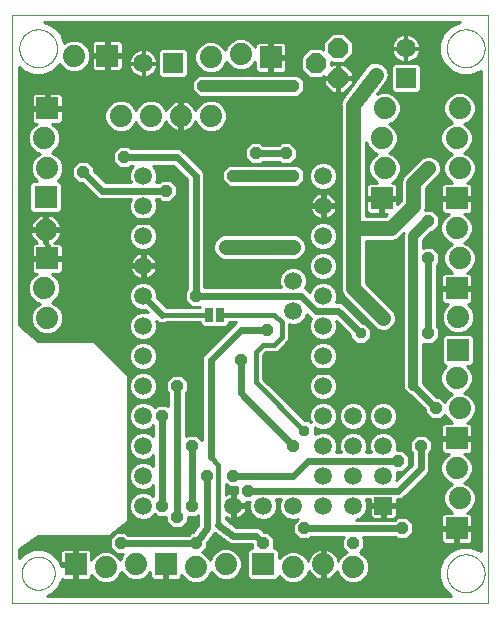
<source format=gtl>
G75*
%MOIN*%
%OFA0B0*%
%FSLAX25Y25*%
%IPPOS*%
%LPD*%
%AMOC8*
5,1,8,0,0,1.08239X$1,22.5*
%
%ADD10C,0.00000*%
%ADD11R,0.06500X0.06500*%
%ADD12C,0.06500*%
%ADD13OC8,0.06600*%
%ADD14R,0.07400X0.07400*%
%ADD15C,0.07400*%
%ADD16C,0.05906*%
%ADD17R,0.05906X0.05906*%
%ADD18R,0.02500X0.05000*%
%ADD19OC8,0.04000*%
%ADD20C,0.02400*%
%ADD21C,0.03200*%
%ADD22C,0.04000*%
%ADD23C,0.05000*%
%ADD24OC8,0.03562*%
%ADD25C,0.01600*%
%ADD26C,0.01000*%
D10*
X0073845Y0002513D02*
X0073845Y0198723D01*
X0073845Y0198724D02*
X0073840Y0198731D01*
X0073837Y0198739D01*
X0073837Y0198747D01*
X0073840Y0198755D01*
X0073845Y0198762D01*
X0073845Y0198763D02*
X0232507Y0198763D01*
X0232507Y0198762D02*
X0232517Y0198761D01*
X0232527Y0198757D01*
X0232535Y0198751D01*
X0232541Y0198743D01*
X0232545Y0198733D01*
X0232546Y0198723D01*
X0232546Y0002513D01*
X0232595Y0002513D01*
X0232596Y0002513D02*
X0232589Y0002519D01*
X0232580Y0002524D01*
X0232571Y0002525D01*
X0232562Y0002524D01*
X0232553Y0002519D01*
X0232546Y0002513D01*
X0073845Y0002513D01*
X0077083Y0012513D02*
X0077085Y0012661D01*
X0077091Y0012809D01*
X0077101Y0012957D01*
X0077115Y0013104D01*
X0077133Y0013251D01*
X0077154Y0013397D01*
X0077180Y0013543D01*
X0077210Y0013688D01*
X0077243Y0013832D01*
X0077281Y0013975D01*
X0077322Y0014117D01*
X0077367Y0014258D01*
X0077415Y0014398D01*
X0077468Y0014537D01*
X0077524Y0014674D01*
X0077584Y0014809D01*
X0077647Y0014943D01*
X0077714Y0015075D01*
X0077785Y0015205D01*
X0077859Y0015333D01*
X0077936Y0015459D01*
X0078017Y0015583D01*
X0078101Y0015705D01*
X0078188Y0015824D01*
X0078279Y0015941D01*
X0078373Y0016056D01*
X0078469Y0016168D01*
X0078569Y0016278D01*
X0078671Y0016384D01*
X0078777Y0016488D01*
X0078885Y0016589D01*
X0078996Y0016687D01*
X0079109Y0016783D01*
X0079225Y0016875D01*
X0079343Y0016964D01*
X0079464Y0017049D01*
X0079587Y0017132D01*
X0079712Y0017211D01*
X0079839Y0017287D01*
X0079968Y0017359D01*
X0080099Y0017428D01*
X0080232Y0017493D01*
X0080367Y0017554D01*
X0080503Y0017612D01*
X0080640Y0017667D01*
X0080779Y0017717D01*
X0080920Y0017764D01*
X0081061Y0017807D01*
X0081204Y0017847D01*
X0081348Y0017882D01*
X0081492Y0017914D01*
X0081638Y0017941D01*
X0081784Y0017965D01*
X0081931Y0017985D01*
X0082078Y0018001D01*
X0082225Y0018013D01*
X0082373Y0018021D01*
X0082521Y0018025D01*
X0082669Y0018025D01*
X0082817Y0018021D01*
X0082965Y0018013D01*
X0083112Y0018001D01*
X0083259Y0017985D01*
X0083406Y0017965D01*
X0083552Y0017941D01*
X0083698Y0017914D01*
X0083842Y0017882D01*
X0083986Y0017847D01*
X0084129Y0017807D01*
X0084270Y0017764D01*
X0084411Y0017717D01*
X0084550Y0017667D01*
X0084687Y0017612D01*
X0084823Y0017554D01*
X0084958Y0017493D01*
X0085091Y0017428D01*
X0085222Y0017359D01*
X0085351Y0017287D01*
X0085478Y0017211D01*
X0085603Y0017132D01*
X0085726Y0017049D01*
X0085847Y0016964D01*
X0085965Y0016875D01*
X0086081Y0016783D01*
X0086194Y0016687D01*
X0086305Y0016589D01*
X0086413Y0016488D01*
X0086519Y0016384D01*
X0086621Y0016278D01*
X0086721Y0016168D01*
X0086817Y0016056D01*
X0086911Y0015941D01*
X0087002Y0015824D01*
X0087089Y0015705D01*
X0087173Y0015583D01*
X0087254Y0015459D01*
X0087331Y0015333D01*
X0087405Y0015205D01*
X0087476Y0015075D01*
X0087543Y0014943D01*
X0087606Y0014809D01*
X0087666Y0014674D01*
X0087722Y0014537D01*
X0087775Y0014398D01*
X0087823Y0014258D01*
X0087868Y0014117D01*
X0087909Y0013975D01*
X0087947Y0013832D01*
X0087980Y0013688D01*
X0088010Y0013543D01*
X0088036Y0013397D01*
X0088057Y0013251D01*
X0088075Y0013104D01*
X0088089Y0012957D01*
X0088099Y0012809D01*
X0088105Y0012661D01*
X0088107Y0012513D01*
X0088105Y0012365D01*
X0088099Y0012217D01*
X0088089Y0012069D01*
X0088075Y0011922D01*
X0088057Y0011775D01*
X0088036Y0011629D01*
X0088010Y0011483D01*
X0087980Y0011338D01*
X0087947Y0011194D01*
X0087909Y0011051D01*
X0087868Y0010909D01*
X0087823Y0010768D01*
X0087775Y0010628D01*
X0087722Y0010489D01*
X0087666Y0010352D01*
X0087606Y0010217D01*
X0087543Y0010083D01*
X0087476Y0009951D01*
X0087405Y0009821D01*
X0087331Y0009693D01*
X0087254Y0009567D01*
X0087173Y0009443D01*
X0087089Y0009321D01*
X0087002Y0009202D01*
X0086911Y0009085D01*
X0086817Y0008970D01*
X0086721Y0008858D01*
X0086621Y0008748D01*
X0086519Y0008642D01*
X0086413Y0008538D01*
X0086305Y0008437D01*
X0086194Y0008339D01*
X0086081Y0008243D01*
X0085965Y0008151D01*
X0085847Y0008062D01*
X0085726Y0007977D01*
X0085603Y0007894D01*
X0085478Y0007815D01*
X0085351Y0007739D01*
X0085222Y0007667D01*
X0085091Y0007598D01*
X0084958Y0007533D01*
X0084823Y0007472D01*
X0084687Y0007414D01*
X0084550Y0007359D01*
X0084411Y0007309D01*
X0084270Y0007262D01*
X0084129Y0007219D01*
X0083986Y0007179D01*
X0083842Y0007144D01*
X0083698Y0007112D01*
X0083552Y0007085D01*
X0083406Y0007061D01*
X0083259Y0007041D01*
X0083112Y0007025D01*
X0082965Y0007013D01*
X0082817Y0007005D01*
X0082669Y0007001D01*
X0082521Y0007001D01*
X0082373Y0007005D01*
X0082225Y0007013D01*
X0082078Y0007025D01*
X0081931Y0007041D01*
X0081784Y0007061D01*
X0081638Y0007085D01*
X0081492Y0007112D01*
X0081348Y0007144D01*
X0081204Y0007179D01*
X0081061Y0007219D01*
X0080920Y0007262D01*
X0080779Y0007309D01*
X0080640Y0007359D01*
X0080503Y0007414D01*
X0080367Y0007472D01*
X0080232Y0007533D01*
X0080099Y0007598D01*
X0079968Y0007667D01*
X0079839Y0007739D01*
X0079712Y0007815D01*
X0079587Y0007894D01*
X0079464Y0007977D01*
X0079343Y0008062D01*
X0079225Y0008151D01*
X0079109Y0008243D01*
X0078996Y0008339D01*
X0078885Y0008437D01*
X0078777Y0008538D01*
X0078671Y0008642D01*
X0078569Y0008748D01*
X0078469Y0008858D01*
X0078373Y0008970D01*
X0078279Y0009085D01*
X0078188Y0009202D01*
X0078101Y0009321D01*
X0078017Y0009443D01*
X0077936Y0009567D01*
X0077859Y0009693D01*
X0077785Y0009821D01*
X0077714Y0009951D01*
X0077647Y0010083D01*
X0077584Y0010217D01*
X0077524Y0010352D01*
X0077468Y0010489D01*
X0077415Y0010628D01*
X0077367Y0010768D01*
X0077322Y0010909D01*
X0077281Y0011051D01*
X0077243Y0011194D01*
X0077210Y0011338D01*
X0077180Y0011483D01*
X0077154Y0011629D01*
X0077133Y0011775D01*
X0077115Y0011922D01*
X0077101Y0012069D01*
X0077091Y0012217D01*
X0077085Y0012365D01*
X0077083Y0012513D01*
X0218796Y0012513D02*
X0218798Y0012671D01*
X0218804Y0012829D01*
X0218814Y0012987D01*
X0218828Y0013145D01*
X0218846Y0013302D01*
X0218867Y0013459D01*
X0218893Y0013615D01*
X0218923Y0013771D01*
X0218956Y0013926D01*
X0218994Y0014079D01*
X0219035Y0014232D01*
X0219080Y0014384D01*
X0219129Y0014535D01*
X0219182Y0014684D01*
X0219238Y0014832D01*
X0219298Y0014978D01*
X0219362Y0015123D01*
X0219430Y0015266D01*
X0219501Y0015408D01*
X0219575Y0015548D01*
X0219653Y0015685D01*
X0219735Y0015821D01*
X0219819Y0015955D01*
X0219908Y0016086D01*
X0219999Y0016215D01*
X0220094Y0016342D01*
X0220191Y0016467D01*
X0220292Y0016589D01*
X0220396Y0016708D01*
X0220503Y0016825D01*
X0220613Y0016939D01*
X0220726Y0017050D01*
X0220841Y0017159D01*
X0220959Y0017264D01*
X0221080Y0017366D01*
X0221203Y0017466D01*
X0221329Y0017562D01*
X0221457Y0017655D01*
X0221587Y0017745D01*
X0221720Y0017831D01*
X0221855Y0017915D01*
X0221991Y0017994D01*
X0222130Y0018071D01*
X0222271Y0018143D01*
X0222413Y0018213D01*
X0222557Y0018278D01*
X0222703Y0018340D01*
X0222850Y0018398D01*
X0222999Y0018453D01*
X0223149Y0018504D01*
X0223300Y0018551D01*
X0223452Y0018594D01*
X0223605Y0018633D01*
X0223760Y0018669D01*
X0223915Y0018700D01*
X0224071Y0018728D01*
X0224227Y0018752D01*
X0224384Y0018772D01*
X0224542Y0018788D01*
X0224699Y0018800D01*
X0224858Y0018808D01*
X0225016Y0018812D01*
X0225174Y0018812D01*
X0225332Y0018808D01*
X0225491Y0018800D01*
X0225648Y0018788D01*
X0225806Y0018772D01*
X0225963Y0018752D01*
X0226119Y0018728D01*
X0226275Y0018700D01*
X0226430Y0018669D01*
X0226585Y0018633D01*
X0226738Y0018594D01*
X0226890Y0018551D01*
X0227041Y0018504D01*
X0227191Y0018453D01*
X0227340Y0018398D01*
X0227487Y0018340D01*
X0227633Y0018278D01*
X0227777Y0018213D01*
X0227919Y0018143D01*
X0228060Y0018071D01*
X0228199Y0017994D01*
X0228335Y0017915D01*
X0228470Y0017831D01*
X0228603Y0017745D01*
X0228733Y0017655D01*
X0228861Y0017562D01*
X0228987Y0017466D01*
X0229110Y0017366D01*
X0229231Y0017264D01*
X0229349Y0017159D01*
X0229464Y0017050D01*
X0229577Y0016939D01*
X0229687Y0016825D01*
X0229794Y0016708D01*
X0229898Y0016589D01*
X0229999Y0016467D01*
X0230096Y0016342D01*
X0230191Y0016215D01*
X0230282Y0016086D01*
X0230371Y0015955D01*
X0230455Y0015821D01*
X0230537Y0015685D01*
X0230615Y0015548D01*
X0230689Y0015408D01*
X0230760Y0015266D01*
X0230828Y0015123D01*
X0230892Y0014978D01*
X0230952Y0014832D01*
X0231008Y0014684D01*
X0231061Y0014535D01*
X0231110Y0014384D01*
X0231155Y0014232D01*
X0231196Y0014079D01*
X0231234Y0013926D01*
X0231267Y0013771D01*
X0231297Y0013615D01*
X0231323Y0013459D01*
X0231344Y0013302D01*
X0231362Y0013145D01*
X0231376Y0012987D01*
X0231386Y0012829D01*
X0231392Y0012671D01*
X0231394Y0012513D01*
X0231392Y0012355D01*
X0231386Y0012197D01*
X0231376Y0012039D01*
X0231362Y0011881D01*
X0231344Y0011724D01*
X0231323Y0011567D01*
X0231297Y0011411D01*
X0231267Y0011255D01*
X0231234Y0011100D01*
X0231196Y0010947D01*
X0231155Y0010794D01*
X0231110Y0010642D01*
X0231061Y0010491D01*
X0231008Y0010342D01*
X0230952Y0010194D01*
X0230892Y0010048D01*
X0230828Y0009903D01*
X0230760Y0009760D01*
X0230689Y0009618D01*
X0230615Y0009478D01*
X0230537Y0009341D01*
X0230455Y0009205D01*
X0230371Y0009071D01*
X0230282Y0008940D01*
X0230191Y0008811D01*
X0230096Y0008684D01*
X0229999Y0008559D01*
X0229898Y0008437D01*
X0229794Y0008318D01*
X0229687Y0008201D01*
X0229577Y0008087D01*
X0229464Y0007976D01*
X0229349Y0007867D01*
X0229231Y0007762D01*
X0229110Y0007660D01*
X0228987Y0007560D01*
X0228861Y0007464D01*
X0228733Y0007371D01*
X0228603Y0007281D01*
X0228470Y0007195D01*
X0228335Y0007111D01*
X0228199Y0007032D01*
X0228060Y0006955D01*
X0227919Y0006883D01*
X0227777Y0006813D01*
X0227633Y0006748D01*
X0227487Y0006686D01*
X0227340Y0006628D01*
X0227191Y0006573D01*
X0227041Y0006522D01*
X0226890Y0006475D01*
X0226738Y0006432D01*
X0226585Y0006393D01*
X0226430Y0006357D01*
X0226275Y0006326D01*
X0226119Y0006298D01*
X0225963Y0006274D01*
X0225806Y0006254D01*
X0225648Y0006238D01*
X0225491Y0006226D01*
X0225332Y0006218D01*
X0225174Y0006214D01*
X0225016Y0006214D01*
X0224858Y0006218D01*
X0224699Y0006226D01*
X0224542Y0006238D01*
X0224384Y0006254D01*
X0224227Y0006274D01*
X0224071Y0006298D01*
X0223915Y0006326D01*
X0223760Y0006357D01*
X0223605Y0006393D01*
X0223452Y0006432D01*
X0223300Y0006475D01*
X0223149Y0006522D01*
X0222999Y0006573D01*
X0222850Y0006628D01*
X0222703Y0006686D01*
X0222557Y0006748D01*
X0222413Y0006813D01*
X0222271Y0006883D01*
X0222130Y0006955D01*
X0221991Y0007032D01*
X0221855Y0007111D01*
X0221720Y0007195D01*
X0221587Y0007281D01*
X0221457Y0007371D01*
X0221329Y0007464D01*
X0221203Y0007560D01*
X0221080Y0007660D01*
X0220959Y0007762D01*
X0220841Y0007867D01*
X0220726Y0007976D01*
X0220613Y0008087D01*
X0220503Y0008201D01*
X0220396Y0008318D01*
X0220292Y0008437D01*
X0220191Y0008559D01*
X0220094Y0008684D01*
X0219999Y0008811D01*
X0219908Y0008940D01*
X0219819Y0009071D01*
X0219735Y0009205D01*
X0219653Y0009341D01*
X0219575Y0009478D01*
X0219501Y0009618D01*
X0219430Y0009760D01*
X0219362Y0009903D01*
X0219298Y0010048D01*
X0219238Y0010194D01*
X0219182Y0010342D01*
X0219129Y0010491D01*
X0219080Y0010642D01*
X0219035Y0010794D01*
X0218994Y0010947D01*
X0218956Y0011100D01*
X0218923Y0011255D01*
X0218893Y0011411D01*
X0218867Y0011567D01*
X0218846Y0011724D01*
X0218828Y0011881D01*
X0218814Y0012039D01*
X0218804Y0012197D01*
X0218798Y0012355D01*
X0218796Y0012513D01*
X0218796Y0187513D02*
X0218798Y0187671D01*
X0218804Y0187829D01*
X0218814Y0187987D01*
X0218828Y0188145D01*
X0218846Y0188302D01*
X0218867Y0188459D01*
X0218893Y0188615D01*
X0218923Y0188771D01*
X0218956Y0188926D01*
X0218994Y0189079D01*
X0219035Y0189232D01*
X0219080Y0189384D01*
X0219129Y0189535D01*
X0219182Y0189684D01*
X0219238Y0189832D01*
X0219298Y0189978D01*
X0219362Y0190123D01*
X0219430Y0190266D01*
X0219501Y0190408D01*
X0219575Y0190548D01*
X0219653Y0190685D01*
X0219735Y0190821D01*
X0219819Y0190955D01*
X0219908Y0191086D01*
X0219999Y0191215D01*
X0220094Y0191342D01*
X0220191Y0191467D01*
X0220292Y0191589D01*
X0220396Y0191708D01*
X0220503Y0191825D01*
X0220613Y0191939D01*
X0220726Y0192050D01*
X0220841Y0192159D01*
X0220959Y0192264D01*
X0221080Y0192366D01*
X0221203Y0192466D01*
X0221329Y0192562D01*
X0221457Y0192655D01*
X0221587Y0192745D01*
X0221720Y0192831D01*
X0221855Y0192915D01*
X0221991Y0192994D01*
X0222130Y0193071D01*
X0222271Y0193143D01*
X0222413Y0193213D01*
X0222557Y0193278D01*
X0222703Y0193340D01*
X0222850Y0193398D01*
X0222999Y0193453D01*
X0223149Y0193504D01*
X0223300Y0193551D01*
X0223452Y0193594D01*
X0223605Y0193633D01*
X0223760Y0193669D01*
X0223915Y0193700D01*
X0224071Y0193728D01*
X0224227Y0193752D01*
X0224384Y0193772D01*
X0224542Y0193788D01*
X0224699Y0193800D01*
X0224858Y0193808D01*
X0225016Y0193812D01*
X0225174Y0193812D01*
X0225332Y0193808D01*
X0225491Y0193800D01*
X0225648Y0193788D01*
X0225806Y0193772D01*
X0225963Y0193752D01*
X0226119Y0193728D01*
X0226275Y0193700D01*
X0226430Y0193669D01*
X0226585Y0193633D01*
X0226738Y0193594D01*
X0226890Y0193551D01*
X0227041Y0193504D01*
X0227191Y0193453D01*
X0227340Y0193398D01*
X0227487Y0193340D01*
X0227633Y0193278D01*
X0227777Y0193213D01*
X0227919Y0193143D01*
X0228060Y0193071D01*
X0228199Y0192994D01*
X0228335Y0192915D01*
X0228470Y0192831D01*
X0228603Y0192745D01*
X0228733Y0192655D01*
X0228861Y0192562D01*
X0228987Y0192466D01*
X0229110Y0192366D01*
X0229231Y0192264D01*
X0229349Y0192159D01*
X0229464Y0192050D01*
X0229577Y0191939D01*
X0229687Y0191825D01*
X0229794Y0191708D01*
X0229898Y0191589D01*
X0229999Y0191467D01*
X0230096Y0191342D01*
X0230191Y0191215D01*
X0230282Y0191086D01*
X0230371Y0190955D01*
X0230455Y0190821D01*
X0230537Y0190685D01*
X0230615Y0190548D01*
X0230689Y0190408D01*
X0230760Y0190266D01*
X0230828Y0190123D01*
X0230892Y0189978D01*
X0230952Y0189832D01*
X0231008Y0189684D01*
X0231061Y0189535D01*
X0231110Y0189384D01*
X0231155Y0189232D01*
X0231196Y0189079D01*
X0231234Y0188926D01*
X0231267Y0188771D01*
X0231297Y0188615D01*
X0231323Y0188459D01*
X0231344Y0188302D01*
X0231362Y0188145D01*
X0231376Y0187987D01*
X0231386Y0187829D01*
X0231392Y0187671D01*
X0231394Y0187513D01*
X0231392Y0187355D01*
X0231386Y0187197D01*
X0231376Y0187039D01*
X0231362Y0186881D01*
X0231344Y0186724D01*
X0231323Y0186567D01*
X0231297Y0186411D01*
X0231267Y0186255D01*
X0231234Y0186100D01*
X0231196Y0185947D01*
X0231155Y0185794D01*
X0231110Y0185642D01*
X0231061Y0185491D01*
X0231008Y0185342D01*
X0230952Y0185194D01*
X0230892Y0185048D01*
X0230828Y0184903D01*
X0230760Y0184760D01*
X0230689Y0184618D01*
X0230615Y0184478D01*
X0230537Y0184341D01*
X0230455Y0184205D01*
X0230371Y0184071D01*
X0230282Y0183940D01*
X0230191Y0183811D01*
X0230096Y0183684D01*
X0229999Y0183559D01*
X0229898Y0183437D01*
X0229794Y0183318D01*
X0229687Y0183201D01*
X0229577Y0183087D01*
X0229464Y0182976D01*
X0229349Y0182867D01*
X0229231Y0182762D01*
X0229110Y0182660D01*
X0228987Y0182560D01*
X0228861Y0182464D01*
X0228733Y0182371D01*
X0228603Y0182281D01*
X0228470Y0182195D01*
X0228335Y0182111D01*
X0228199Y0182032D01*
X0228060Y0181955D01*
X0227919Y0181883D01*
X0227777Y0181813D01*
X0227633Y0181748D01*
X0227487Y0181686D01*
X0227340Y0181628D01*
X0227191Y0181573D01*
X0227041Y0181522D01*
X0226890Y0181475D01*
X0226738Y0181432D01*
X0226585Y0181393D01*
X0226430Y0181357D01*
X0226275Y0181326D01*
X0226119Y0181298D01*
X0225963Y0181274D01*
X0225806Y0181254D01*
X0225648Y0181238D01*
X0225491Y0181226D01*
X0225332Y0181218D01*
X0225174Y0181214D01*
X0225016Y0181214D01*
X0224858Y0181218D01*
X0224699Y0181226D01*
X0224542Y0181238D01*
X0224384Y0181254D01*
X0224227Y0181274D01*
X0224071Y0181298D01*
X0223915Y0181326D01*
X0223760Y0181357D01*
X0223605Y0181393D01*
X0223452Y0181432D01*
X0223300Y0181475D01*
X0223149Y0181522D01*
X0222999Y0181573D01*
X0222850Y0181628D01*
X0222703Y0181686D01*
X0222557Y0181748D01*
X0222413Y0181813D01*
X0222271Y0181883D01*
X0222130Y0181955D01*
X0221991Y0182032D01*
X0221855Y0182111D01*
X0221720Y0182195D01*
X0221587Y0182281D01*
X0221457Y0182371D01*
X0221329Y0182464D01*
X0221203Y0182560D01*
X0221080Y0182660D01*
X0220959Y0182762D01*
X0220841Y0182867D01*
X0220726Y0182976D01*
X0220613Y0183087D01*
X0220503Y0183201D01*
X0220396Y0183318D01*
X0220292Y0183437D01*
X0220191Y0183559D01*
X0220094Y0183684D01*
X0219999Y0183811D01*
X0219908Y0183940D01*
X0219819Y0184071D01*
X0219735Y0184205D01*
X0219653Y0184341D01*
X0219575Y0184478D01*
X0219501Y0184618D01*
X0219430Y0184760D01*
X0219362Y0184903D01*
X0219298Y0185048D01*
X0219238Y0185194D01*
X0219182Y0185342D01*
X0219129Y0185491D01*
X0219080Y0185642D01*
X0219035Y0185794D01*
X0218994Y0185947D01*
X0218956Y0186100D01*
X0218923Y0186255D01*
X0218893Y0186411D01*
X0218867Y0186567D01*
X0218846Y0186724D01*
X0218828Y0186881D01*
X0218814Y0187039D01*
X0218804Y0187197D01*
X0218798Y0187355D01*
X0218796Y0187513D01*
X0076296Y0187513D02*
X0076298Y0187671D01*
X0076304Y0187829D01*
X0076314Y0187987D01*
X0076328Y0188145D01*
X0076346Y0188302D01*
X0076367Y0188459D01*
X0076393Y0188615D01*
X0076423Y0188771D01*
X0076456Y0188926D01*
X0076494Y0189079D01*
X0076535Y0189232D01*
X0076580Y0189384D01*
X0076629Y0189535D01*
X0076682Y0189684D01*
X0076738Y0189832D01*
X0076798Y0189978D01*
X0076862Y0190123D01*
X0076930Y0190266D01*
X0077001Y0190408D01*
X0077075Y0190548D01*
X0077153Y0190685D01*
X0077235Y0190821D01*
X0077319Y0190955D01*
X0077408Y0191086D01*
X0077499Y0191215D01*
X0077594Y0191342D01*
X0077691Y0191467D01*
X0077792Y0191589D01*
X0077896Y0191708D01*
X0078003Y0191825D01*
X0078113Y0191939D01*
X0078226Y0192050D01*
X0078341Y0192159D01*
X0078459Y0192264D01*
X0078580Y0192366D01*
X0078703Y0192466D01*
X0078829Y0192562D01*
X0078957Y0192655D01*
X0079087Y0192745D01*
X0079220Y0192831D01*
X0079355Y0192915D01*
X0079491Y0192994D01*
X0079630Y0193071D01*
X0079771Y0193143D01*
X0079913Y0193213D01*
X0080057Y0193278D01*
X0080203Y0193340D01*
X0080350Y0193398D01*
X0080499Y0193453D01*
X0080649Y0193504D01*
X0080800Y0193551D01*
X0080952Y0193594D01*
X0081105Y0193633D01*
X0081260Y0193669D01*
X0081415Y0193700D01*
X0081571Y0193728D01*
X0081727Y0193752D01*
X0081884Y0193772D01*
X0082042Y0193788D01*
X0082199Y0193800D01*
X0082358Y0193808D01*
X0082516Y0193812D01*
X0082674Y0193812D01*
X0082832Y0193808D01*
X0082991Y0193800D01*
X0083148Y0193788D01*
X0083306Y0193772D01*
X0083463Y0193752D01*
X0083619Y0193728D01*
X0083775Y0193700D01*
X0083930Y0193669D01*
X0084085Y0193633D01*
X0084238Y0193594D01*
X0084390Y0193551D01*
X0084541Y0193504D01*
X0084691Y0193453D01*
X0084840Y0193398D01*
X0084987Y0193340D01*
X0085133Y0193278D01*
X0085277Y0193213D01*
X0085419Y0193143D01*
X0085560Y0193071D01*
X0085699Y0192994D01*
X0085835Y0192915D01*
X0085970Y0192831D01*
X0086103Y0192745D01*
X0086233Y0192655D01*
X0086361Y0192562D01*
X0086487Y0192466D01*
X0086610Y0192366D01*
X0086731Y0192264D01*
X0086849Y0192159D01*
X0086964Y0192050D01*
X0087077Y0191939D01*
X0087187Y0191825D01*
X0087294Y0191708D01*
X0087398Y0191589D01*
X0087499Y0191467D01*
X0087596Y0191342D01*
X0087691Y0191215D01*
X0087782Y0191086D01*
X0087871Y0190955D01*
X0087955Y0190821D01*
X0088037Y0190685D01*
X0088115Y0190548D01*
X0088189Y0190408D01*
X0088260Y0190266D01*
X0088328Y0190123D01*
X0088392Y0189978D01*
X0088452Y0189832D01*
X0088508Y0189684D01*
X0088561Y0189535D01*
X0088610Y0189384D01*
X0088655Y0189232D01*
X0088696Y0189079D01*
X0088734Y0188926D01*
X0088767Y0188771D01*
X0088797Y0188615D01*
X0088823Y0188459D01*
X0088844Y0188302D01*
X0088862Y0188145D01*
X0088876Y0187987D01*
X0088886Y0187829D01*
X0088892Y0187671D01*
X0088894Y0187513D01*
X0088892Y0187355D01*
X0088886Y0187197D01*
X0088876Y0187039D01*
X0088862Y0186881D01*
X0088844Y0186724D01*
X0088823Y0186567D01*
X0088797Y0186411D01*
X0088767Y0186255D01*
X0088734Y0186100D01*
X0088696Y0185947D01*
X0088655Y0185794D01*
X0088610Y0185642D01*
X0088561Y0185491D01*
X0088508Y0185342D01*
X0088452Y0185194D01*
X0088392Y0185048D01*
X0088328Y0184903D01*
X0088260Y0184760D01*
X0088189Y0184618D01*
X0088115Y0184478D01*
X0088037Y0184341D01*
X0087955Y0184205D01*
X0087871Y0184071D01*
X0087782Y0183940D01*
X0087691Y0183811D01*
X0087596Y0183684D01*
X0087499Y0183559D01*
X0087398Y0183437D01*
X0087294Y0183318D01*
X0087187Y0183201D01*
X0087077Y0183087D01*
X0086964Y0182976D01*
X0086849Y0182867D01*
X0086731Y0182762D01*
X0086610Y0182660D01*
X0086487Y0182560D01*
X0086361Y0182464D01*
X0086233Y0182371D01*
X0086103Y0182281D01*
X0085970Y0182195D01*
X0085835Y0182111D01*
X0085699Y0182032D01*
X0085560Y0181955D01*
X0085419Y0181883D01*
X0085277Y0181813D01*
X0085133Y0181748D01*
X0084987Y0181686D01*
X0084840Y0181628D01*
X0084691Y0181573D01*
X0084541Y0181522D01*
X0084390Y0181475D01*
X0084238Y0181432D01*
X0084085Y0181393D01*
X0083930Y0181357D01*
X0083775Y0181326D01*
X0083619Y0181298D01*
X0083463Y0181274D01*
X0083306Y0181254D01*
X0083148Y0181238D01*
X0082991Y0181226D01*
X0082832Y0181218D01*
X0082674Y0181214D01*
X0082516Y0181214D01*
X0082358Y0181218D01*
X0082199Y0181226D01*
X0082042Y0181238D01*
X0081884Y0181254D01*
X0081727Y0181274D01*
X0081571Y0181298D01*
X0081415Y0181326D01*
X0081260Y0181357D01*
X0081105Y0181393D01*
X0080952Y0181432D01*
X0080800Y0181475D01*
X0080649Y0181522D01*
X0080499Y0181573D01*
X0080350Y0181628D01*
X0080203Y0181686D01*
X0080057Y0181748D01*
X0079913Y0181813D01*
X0079771Y0181883D01*
X0079630Y0181955D01*
X0079491Y0182032D01*
X0079355Y0182111D01*
X0079220Y0182195D01*
X0079087Y0182281D01*
X0078957Y0182371D01*
X0078829Y0182464D01*
X0078703Y0182560D01*
X0078580Y0182660D01*
X0078459Y0182762D01*
X0078341Y0182867D01*
X0078226Y0182976D01*
X0078113Y0183087D01*
X0078003Y0183201D01*
X0077896Y0183318D01*
X0077792Y0183437D01*
X0077691Y0183559D01*
X0077594Y0183684D01*
X0077499Y0183811D01*
X0077408Y0183940D01*
X0077319Y0184071D01*
X0077235Y0184205D01*
X0077153Y0184341D01*
X0077075Y0184478D01*
X0077001Y0184618D01*
X0076930Y0184760D01*
X0076862Y0184903D01*
X0076798Y0185048D01*
X0076738Y0185194D01*
X0076682Y0185342D01*
X0076629Y0185491D01*
X0076580Y0185642D01*
X0076535Y0185794D01*
X0076494Y0185947D01*
X0076456Y0186100D01*
X0076423Y0186255D01*
X0076393Y0186411D01*
X0076367Y0186567D01*
X0076346Y0186724D01*
X0076328Y0186881D01*
X0076314Y0187039D01*
X0076304Y0187197D01*
X0076298Y0187355D01*
X0076296Y0187513D01*
D11*
X0127595Y0182513D03*
X0205095Y0177513D03*
D12*
X0205095Y0187513D03*
X0117595Y0182513D03*
D13*
X0175095Y0182513D03*
X0182595Y0187513D03*
X0182595Y0177513D03*
D14*
X0160095Y0184513D03*
X0197095Y0137513D03*
X0222095Y0137513D03*
X0222095Y0107513D03*
X0222595Y0087013D03*
X0222095Y0057513D03*
X0222095Y0027513D03*
X0157595Y0015513D03*
X0125095Y0015513D03*
X0095095Y0015513D03*
X0085595Y0117513D03*
X0085095Y0138013D03*
X0085595Y0167513D03*
X0105595Y0185013D03*
D15*
X0094595Y0185013D03*
X0110095Y0165013D03*
X0120095Y0165013D03*
X0130095Y0165013D03*
X0140095Y0165013D03*
X0140095Y0184513D03*
X0150095Y0185513D03*
X0198095Y0167513D03*
X0197095Y0157513D03*
X0198095Y0147513D03*
X0222095Y0157513D03*
X0223095Y0167513D03*
X0223095Y0147513D03*
X0222095Y0127513D03*
X0223095Y0117513D03*
X0222595Y0098013D03*
X0222095Y0077513D03*
X0223095Y0067513D03*
X0222095Y0047513D03*
X0223095Y0037513D03*
X0187595Y0014513D03*
X0177595Y0015513D03*
X0167595Y0014513D03*
X0145095Y0015513D03*
X0135095Y0014513D03*
X0115095Y0015513D03*
X0105095Y0014513D03*
X0085595Y0097513D03*
X0084595Y0107513D03*
X0085095Y0127013D03*
X0085595Y0147513D03*
X0084595Y0157513D03*
D16*
X0117595Y0145013D03*
X0117595Y0135013D03*
X0117595Y0125013D03*
X0117595Y0115013D03*
X0117595Y0105013D03*
X0117595Y0095013D03*
X0117595Y0085013D03*
X0117595Y0075013D03*
X0117595Y0065013D03*
X0117595Y0055013D03*
X0117595Y0045013D03*
X0117595Y0035013D03*
X0147595Y0035013D03*
X0157595Y0035013D03*
X0167595Y0035013D03*
X0177595Y0035013D03*
X0177595Y0045013D03*
X0177595Y0055013D03*
X0177595Y0065013D03*
X0177595Y0075013D03*
X0177595Y0085013D03*
X0177595Y0095013D03*
X0177595Y0105013D03*
X0167595Y0110013D03*
X0177595Y0115013D03*
X0177595Y0125013D03*
X0177595Y0135013D03*
X0177595Y0145013D03*
X0167595Y0100013D03*
X0187595Y0065013D03*
X0197595Y0065013D03*
X0197595Y0055013D03*
X0187595Y0055013D03*
X0187595Y0045013D03*
X0197595Y0045013D03*
X0187595Y0035013D03*
D17*
X0197595Y0035013D03*
D18*
X0143117Y0098763D03*
X0139573Y0098763D03*
D19*
X0135095Y0105013D03*
X0127595Y0115013D03*
X0145095Y0121263D03*
X0125095Y0140013D03*
X0111345Y0151263D03*
X0097595Y0146263D03*
X0097595Y0137513D03*
X0097595Y0117513D03*
X0128845Y0075013D03*
X0123845Y0065013D03*
X0133845Y0055013D03*
X0138845Y0045013D03*
X0147595Y0045013D03*
X0152595Y0040013D03*
X0167595Y0055013D03*
X0171345Y0027513D03*
X0157595Y0022513D03*
X0135095Y0022513D03*
X0128845Y0031263D03*
X0123845Y0035013D03*
X0133845Y0035013D03*
X0110095Y0022513D03*
X0150095Y0083763D03*
X0160095Y0083763D03*
X0158845Y0093763D03*
X0167595Y0121263D03*
X0187595Y0120013D03*
X0187595Y0125013D03*
X0202595Y0118763D03*
X0212595Y0117513D03*
X0212595Y0130013D03*
X0212595Y0147513D03*
X0226345Y0176263D03*
X0195095Y0178763D03*
X0175095Y0168763D03*
X0167595Y0175013D03*
X0165095Y0152513D03*
X0167595Y0145013D03*
X0155095Y0152513D03*
X0147595Y0145013D03*
X0137595Y0175013D03*
X0092595Y0167513D03*
X0187595Y0085013D03*
X0197595Y0097513D03*
X0212595Y0092513D03*
X0215095Y0067513D03*
X0210095Y0055013D03*
X0202595Y0050013D03*
X0203845Y0027513D03*
X0187595Y0022513D03*
D20*
X0203845Y0027513D02*
X0171345Y0027513D01*
X0157595Y0022513D02*
X0155095Y0025013D01*
X0147595Y0025013D01*
X0142595Y0028763D01*
X0138845Y0027513D02*
X0138845Y0045013D01*
X0140095Y0051263D02*
X0140095Y0083763D01*
X0150095Y0093763D01*
X0158845Y0093763D01*
X0160095Y0083763D02*
X0163845Y0080013D01*
X0182595Y0080013D01*
X0187595Y0085013D01*
X0197595Y0085013D01*
X0202595Y0090013D01*
X0202595Y0118763D01*
X0212595Y0117513D02*
X0212595Y0092513D01*
X0207595Y0075013D02*
X0215095Y0067513D01*
X0210095Y0055013D02*
X0210095Y0047513D01*
X0202595Y0040013D01*
X0152595Y0040013D01*
X0147595Y0045013D02*
X0167595Y0045013D01*
X0172595Y0050013D01*
X0202595Y0050013D01*
X0167595Y0055013D02*
X0150095Y0072513D01*
X0150095Y0083763D01*
X0128845Y0075013D02*
X0128845Y0031263D01*
X0123845Y0035013D02*
X0123845Y0065013D01*
X0133845Y0055013D02*
X0133845Y0035013D01*
X0138845Y0027513D02*
X0135095Y0022513D01*
X0110095Y0022513D01*
X0123845Y0098763D02*
X0117595Y0105013D01*
X0127595Y0115013D02*
X0127595Y0127513D01*
X0125095Y0130013D01*
X0105095Y0130013D01*
X0097595Y0137513D01*
X0092595Y0142513D01*
X0092595Y0167513D01*
X0111345Y0151263D02*
X0128845Y0151263D01*
X0135095Y0145013D01*
X0135095Y0105013D01*
X0170095Y0105013D01*
X0175095Y0100013D01*
X0182595Y0100013D01*
X0190095Y0092513D01*
X0165095Y0152513D02*
X0155095Y0152513D01*
X0125095Y0140013D02*
X0103845Y0140013D01*
X0097595Y0146263D01*
X0097595Y0137513D02*
X0097595Y0117513D01*
D21*
X0207595Y0125013D02*
X0207595Y0075013D01*
X0207595Y0125013D02*
X0212595Y0130013D01*
D22*
X0167595Y0145013D02*
X0147595Y0145013D01*
X0137595Y0175013D02*
X0167595Y0175013D01*
D23*
X0187595Y0168763D02*
X0187595Y0125013D01*
X0187595Y0127513D01*
X0200095Y0127513D01*
X0207595Y0135013D01*
X0207595Y0142513D01*
X0212595Y0147513D01*
X0187595Y0168763D02*
X0195095Y0178763D01*
X0187595Y0125013D02*
X0187595Y0120013D01*
X0187595Y0107513D01*
X0197595Y0097513D01*
X0167595Y0121263D02*
X0145095Y0121263D01*
D24*
X0148845Y0133763D03*
X0190095Y0092513D03*
X0171345Y0060013D03*
X0212595Y0021263D03*
D25*
X0171345Y0060013D02*
X0155095Y0076263D01*
X0155095Y0086263D01*
X0157595Y0088763D01*
X0161345Y0088763D01*
X0163845Y0091263D01*
X0163845Y0096263D01*
X0161345Y0098763D01*
X0143117Y0098763D01*
X0139573Y0098763D02*
X0123845Y0098763D01*
X0140095Y0051263D02*
X0142595Y0048763D01*
X0142595Y0028763D01*
D26*
X0141378Y0026050D02*
X0145690Y0022816D01*
X0145952Y0022554D01*
X0146148Y0022473D01*
X0146317Y0022347D01*
X0146676Y0022255D01*
X0147018Y0022113D01*
X0147230Y0022113D01*
X0147434Y0022060D01*
X0147801Y0022113D01*
X0153894Y0022113D01*
X0153895Y0022112D01*
X0153895Y0020980D01*
X0153963Y0020913D01*
X0153191Y0020913D01*
X0152195Y0019917D01*
X0152195Y0011109D01*
X0153191Y0010113D01*
X0161999Y0010113D01*
X0162995Y0011109D01*
X0162995Y0011507D01*
X0163017Y0011454D01*
X0164536Y0009935D01*
X0166521Y0009113D01*
X0168669Y0009113D01*
X0170654Y0009935D01*
X0172173Y0011454D01*
X0172915Y0013245D01*
X0173148Y0012787D01*
X0173629Y0012125D01*
X0174208Y0011546D01*
X0174870Y0011065D01*
X0175599Y0010694D01*
X0176377Y0010441D01*
X0177095Y0010327D01*
X0177095Y0015013D01*
X0178095Y0015013D01*
X0178095Y0010327D01*
X0178813Y0010441D01*
X0179591Y0010694D01*
X0180321Y0011065D01*
X0180983Y0011546D01*
X0181561Y0012125D01*
X0182043Y0012787D01*
X0182276Y0013245D01*
X0183017Y0011454D01*
X0184536Y0009935D01*
X0186521Y0009113D01*
X0188669Y0009113D01*
X0190654Y0009935D01*
X0192173Y0011454D01*
X0192995Y0013439D01*
X0192995Y0015587D01*
X0192173Y0017572D01*
X0190654Y0019091D01*
X0189771Y0019456D01*
X0191295Y0020980D01*
X0191295Y0024045D01*
X0190728Y0024613D01*
X0201513Y0024613D01*
X0202313Y0023813D01*
X0205378Y0023813D01*
X0207545Y0025980D01*
X0207545Y0029045D01*
X0205378Y0031213D01*
X0202313Y0031213D01*
X0201513Y0030413D01*
X0188648Y0030413D01*
X0190231Y0031068D01*
X0191540Y0032377D01*
X0192248Y0034087D01*
X0192248Y0035938D01*
X0191761Y0037113D01*
X0193142Y0037113D01*
X0193142Y0035497D01*
X0197111Y0035497D01*
X0197111Y0034528D01*
X0198079Y0034528D01*
X0198079Y0030560D01*
X0200745Y0030560D01*
X0201127Y0030662D01*
X0201469Y0030860D01*
X0201748Y0031139D01*
X0201946Y0031481D01*
X0202048Y0031863D01*
X0202048Y0034528D01*
X0198079Y0034528D01*
X0198079Y0035497D01*
X0202048Y0035497D01*
X0202048Y0037113D01*
X0203172Y0037113D01*
X0204238Y0037554D01*
X0211738Y0045054D01*
X0212554Y0045870D01*
X0212995Y0046936D01*
X0212995Y0052680D01*
X0213795Y0053480D01*
X0213795Y0056545D01*
X0211628Y0058713D01*
X0208563Y0058713D01*
X0206395Y0056545D01*
X0206395Y0053480D01*
X0207195Y0052680D01*
X0207195Y0048714D01*
X0202021Y0043540D01*
X0202248Y0044087D01*
X0202248Y0045938D01*
X0202093Y0046313D01*
X0204128Y0046313D01*
X0206295Y0048480D01*
X0206295Y0051545D01*
X0204128Y0053713D01*
X0202093Y0053713D01*
X0202248Y0054087D01*
X0202248Y0055938D01*
X0201540Y0057648D01*
X0200231Y0058957D01*
X0198521Y0059666D01*
X0196670Y0059666D01*
X0194960Y0058957D01*
X0193651Y0057648D01*
X0192942Y0055938D01*
X0192942Y0054087D01*
X0193429Y0052913D01*
X0191761Y0052913D01*
X0192248Y0054087D01*
X0192248Y0055938D01*
X0191540Y0057648D01*
X0190231Y0058957D01*
X0188521Y0059666D01*
X0186670Y0059666D01*
X0184960Y0058957D01*
X0183651Y0057648D01*
X0182942Y0055938D01*
X0182942Y0054087D01*
X0183429Y0052913D01*
X0181761Y0052913D01*
X0182248Y0054087D01*
X0182248Y0055938D01*
X0181540Y0057648D01*
X0180231Y0058957D01*
X0178521Y0059666D01*
X0176670Y0059666D01*
X0174960Y0058957D01*
X0174826Y0058824D01*
X0174826Y0061202D01*
X0174960Y0061068D01*
X0176670Y0060360D01*
X0178521Y0060360D01*
X0180231Y0061068D01*
X0181540Y0062377D01*
X0182248Y0064087D01*
X0182248Y0065938D01*
X0181540Y0067648D01*
X0180231Y0068957D01*
X0178521Y0069666D01*
X0176670Y0069666D01*
X0174960Y0068957D01*
X0173651Y0067648D01*
X0172942Y0065938D01*
X0172942Y0064087D01*
X0173472Y0062809D01*
X0172787Y0063494D01*
X0171400Y0063494D01*
X0157595Y0077298D01*
X0157595Y0085227D01*
X0158631Y0086263D01*
X0161842Y0086263D01*
X0162761Y0086643D01*
X0165261Y0089143D01*
X0165965Y0089847D01*
X0166345Y0090765D01*
X0166345Y0095494D01*
X0166670Y0095360D01*
X0168521Y0095360D01*
X0170231Y0096068D01*
X0171540Y0097377D01*
X0172152Y0098855D01*
X0172637Y0098370D01*
X0171951Y0098370D01*
X0172637Y0098370D02*
X0173452Y0097554D01*
X0173588Y0097498D01*
X0172942Y0095938D01*
X0172942Y0094087D01*
X0173651Y0092377D01*
X0174960Y0091068D01*
X0176670Y0090360D01*
X0178521Y0090360D01*
X0180231Y0091068D01*
X0181540Y0092377D01*
X0182248Y0094087D01*
X0182248Y0095938D01*
X0182021Y0096485D01*
X0186614Y0091893D01*
X0186614Y0091071D01*
X0188653Y0089032D01*
X0191537Y0089032D01*
X0193576Y0091071D01*
X0193576Y0093955D01*
X0191537Y0095994D01*
X0190715Y0095994D01*
X0184238Y0102471D01*
X0183172Y0102913D01*
X0181761Y0102913D01*
X0182248Y0104087D01*
X0182248Y0105938D01*
X0181540Y0107648D01*
X0180231Y0108957D01*
X0178521Y0109666D01*
X0176670Y0109666D01*
X0174960Y0108957D01*
X0173651Y0107648D01*
X0173039Y0106170D01*
X0171738Y0107471D01*
X0171602Y0107528D01*
X0172248Y0109087D01*
X0172248Y0110938D01*
X0171540Y0112648D01*
X0170231Y0113957D01*
X0168521Y0114666D01*
X0166670Y0114666D01*
X0164960Y0113957D01*
X0163651Y0112648D01*
X0162942Y0110938D01*
X0162942Y0109087D01*
X0163429Y0107913D01*
X0137995Y0107913D01*
X0137995Y0145590D01*
X0137554Y0146655D01*
X0136738Y0147471D01*
X0130488Y0153721D01*
X0129422Y0154163D01*
X0113678Y0154163D01*
X0112878Y0154963D01*
X0109813Y0154963D01*
X0107645Y0152795D01*
X0107645Y0149730D01*
X0109813Y0147563D01*
X0112878Y0147563D01*
X0113678Y0148363D01*
X0114365Y0148363D01*
X0113651Y0147648D01*
X0112942Y0145938D01*
X0112942Y0144087D01*
X0113429Y0142913D01*
X0105046Y0142913D01*
X0101295Y0146664D01*
X0101295Y0147795D01*
X0099128Y0149963D01*
X0096063Y0149963D01*
X0093895Y0147795D01*
X0093895Y0144730D01*
X0096063Y0142563D01*
X0097194Y0142563D01*
X0101387Y0138370D01*
X0102202Y0137554D01*
X0103268Y0137113D01*
X0113429Y0137113D01*
X0112942Y0135938D01*
X0112942Y0134087D01*
X0113651Y0132377D01*
X0114960Y0131068D01*
X0116670Y0130360D01*
X0118521Y0130360D01*
X0120231Y0131068D01*
X0121540Y0132377D01*
X0122248Y0134087D01*
X0122248Y0135938D01*
X0121761Y0137113D01*
X0122763Y0137113D01*
X0123563Y0136313D01*
X0126628Y0136313D01*
X0132195Y0136313D01*
X0132195Y0135315D02*
X0122248Y0135315D01*
X0122248Y0134316D02*
X0132195Y0134316D01*
X0132195Y0133318D02*
X0121929Y0133318D01*
X0121482Y0132319D02*
X0132195Y0132319D01*
X0132195Y0131321D02*
X0120483Y0131321D01*
X0119346Y0129324D02*
X0132195Y0129324D01*
X0132195Y0130322D02*
X0089118Y0130322D01*
X0089061Y0130400D02*
X0088483Y0130979D01*
X0087821Y0131460D01*
X0087091Y0131832D01*
X0086313Y0132085D01*
X0085595Y0132198D01*
X0085595Y0127513D01*
X0084595Y0127513D01*
X0084595Y0132198D01*
X0083877Y0132085D01*
X0083099Y0131832D01*
X0082370Y0131460D01*
X0081708Y0130979D01*
X0081129Y0130400D01*
X0080648Y0129738D01*
X0080276Y0129009D01*
X0080023Y0128230D01*
X0079910Y0127513D01*
X0084595Y0127513D01*
X0084595Y0126513D01*
X0079910Y0126513D01*
X0080023Y0125795D01*
X0080276Y0125017D01*
X0080648Y0124287D01*
X0081129Y0123625D01*
X0081708Y0123046D01*
X0082167Y0122713D01*
X0081698Y0122713D01*
X0081316Y0122611D01*
X0080974Y0122413D01*
X0080695Y0122134D01*
X0080497Y0121792D01*
X0080395Y0121410D01*
X0080395Y0118013D01*
X0085095Y0118013D01*
X0085095Y0122713D01*
X0084595Y0122713D01*
X0084595Y0126513D01*
X0085595Y0126513D01*
X0085595Y0127513D01*
X0090281Y0127513D01*
X0090167Y0128230D01*
X0089914Y0129009D01*
X0089543Y0129738D01*
X0089061Y0130400D01*
X0089754Y0129324D02*
X0115844Y0129324D01*
X0116670Y0129666D02*
X0114960Y0128957D01*
X0113651Y0127648D01*
X0112942Y0125938D01*
X0112942Y0124087D01*
X0113651Y0122377D01*
X0114960Y0121068D01*
X0116670Y0120360D01*
X0118521Y0120360D01*
X0120231Y0121068D01*
X0121540Y0122377D01*
X0122248Y0124087D01*
X0122248Y0125938D01*
X0121540Y0127648D01*
X0120231Y0128957D01*
X0118521Y0129666D01*
X0116670Y0129666D01*
X0114707Y0131321D02*
X0088012Y0131321D01*
X0089499Y0132613D02*
X0090495Y0133609D01*
X0090495Y0142417D01*
X0089499Y0143413D01*
X0089132Y0143413D01*
X0090173Y0144454D01*
X0090995Y0146439D01*
X0090995Y0148587D01*
X0090173Y0150572D01*
X0088654Y0152091D01*
X0087135Y0152720D01*
X0087654Y0152935D01*
X0089173Y0154454D01*
X0089995Y0156439D01*
X0089995Y0158587D01*
X0089173Y0160572D01*
X0087654Y0162091D01*
X0087118Y0162313D01*
X0089493Y0162313D01*
X0089874Y0162415D01*
X0090216Y0162612D01*
X0090495Y0162892D01*
X0090693Y0163234D01*
X0090795Y0163615D01*
X0090795Y0167013D01*
X0086095Y0167013D01*
X0086095Y0168013D01*
X0085095Y0168013D01*
X0085095Y0172713D01*
X0081698Y0172713D01*
X0081316Y0172611D01*
X0080974Y0172413D01*
X0080695Y0172134D01*
X0080497Y0171792D01*
X0080395Y0171410D01*
X0080395Y0168013D01*
X0085095Y0168013D01*
X0085095Y0167013D01*
X0080395Y0167013D01*
X0080395Y0163615D01*
X0080497Y0163234D01*
X0080695Y0162892D01*
X0080974Y0162612D01*
X0081316Y0162415D01*
X0081698Y0162313D01*
X0082073Y0162313D01*
X0081536Y0162091D01*
X0080017Y0160572D01*
X0079195Y0158587D01*
X0079195Y0156439D01*
X0080017Y0154454D01*
X0081536Y0152935D01*
X0083055Y0152306D01*
X0082536Y0152091D01*
X0081017Y0150572D01*
X0080195Y0148587D01*
X0080195Y0146439D01*
X0081017Y0144454D01*
X0082058Y0143413D01*
X0080691Y0143413D01*
X0079695Y0142417D01*
X0079695Y0133609D01*
X0080691Y0132613D01*
X0089499Y0132613D01*
X0090204Y0133318D02*
X0113261Y0133318D01*
X0112942Y0134316D02*
X0090495Y0134316D01*
X0090495Y0135315D02*
X0112942Y0135315D01*
X0113098Y0136313D02*
X0090495Y0136313D01*
X0090495Y0137312D02*
X0102788Y0137312D01*
X0101446Y0138310D02*
X0090495Y0138310D01*
X0090495Y0139309D02*
X0100448Y0139309D01*
X0099449Y0140307D02*
X0090495Y0140307D01*
X0090495Y0141306D02*
X0098451Y0141306D01*
X0097452Y0142304D02*
X0090495Y0142304D01*
X0089609Y0143303D02*
X0095322Y0143303D01*
X0094324Y0144301D02*
X0090020Y0144301D01*
X0090523Y0145300D02*
X0093895Y0145300D01*
X0093895Y0146298D02*
X0090937Y0146298D01*
X0090995Y0147297D02*
X0093895Y0147297D01*
X0094395Y0148295D02*
X0090995Y0148295D01*
X0090702Y0149294D02*
X0095394Y0149294D01*
X0090289Y0150292D02*
X0107645Y0150292D01*
X0107645Y0151291D02*
X0089454Y0151291D01*
X0088174Y0152289D02*
X0107645Y0152289D01*
X0108138Y0153288D02*
X0088007Y0153288D01*
X0089006Y0154286D02*
X0109136Y0154286D01*
X0113554Y0154286D02*
X0151636Y0154286D01*
X0151395Y0154045D02*
X0151395Y0150980D01*
X0153563Y0148813D01*
X0156628Y0148813D01*
X0157428Y0149613D01*
X0162763Y0149613D01*
X0163563Y0148813D01*
X0166628Y0148813D01*
X0168795Y0150980D01*
X0168795Y0154045D01*
X0166628Y0156213D01*
X0163563Y0156213D01*
X0162763Y0155413D01*
X0157428Y0155413D01*
X0156628Y0156213D01*
X0153563Y0156213D01*
X0151395Y0154045D01*
X0151395Y0153288D02*
X0130921Y0153288D01*
X0131920Y0152289D02*
X0151395Y0152289D01*
X0151395Y0151291D02*
X0132918Y0151291D01*
X0133917Y0150292D02*
X0152083Y0150292D01*
X0153081Y0149294D02*
X0134915Y0149294D01*
X0135914Y0148295D02*
X0145645Y0148295D01*
X0145499Y0148149D02*
X0145499Y0148149D01*
X0144458Y0147109D01*
X0143895Y0146545D01*
X0143895Y0143480D01*
X0144458Y0142917D01*
X0144458Y0142917D01*
X0145499Y0141876D01*
X0145499Y0141876D01*
X0146063Y0141313D01*
X0169128Y0141313D01*
X0169691Y0141876D01*
X0170732Y0142917D01*
X0171295Y0143480D01*
X0171295Y0146545D01*
X0170732Y0147109D01*
X0169691Y0148149D01*
X0169128Y0148713D01*
X0146859Y0148713D01*
X0146063Y0148713D01*
X0145499Y0148149D01*
X0144647Y0147297D02*
X0136912Y0147297D01*
X0137702Y0146298D02*
X0143895Y0146298D01*
X0144458Y0147109D02*
X0144458Y0147109D01*
X0143895Y0145300D02*
X0137995Y0145300D01*
X0137995Y0144301D02*
X0143895Y0144301D01*
X0144072Y0143303D02*
X0137995Y0143303D01*
X0137995Y0142304D02*
X0145071Y0142304D01*
X0137995Y0141306D02*
X0174722Y0141306D01*
X0174960Y0141068D02*
X0173651Y0142377D01*
X0172942Y0144087D01*
X0172942Y0145938D01*
X0173651Y0147648D01*
X0174960Y0148957D01*
X0176670Y0149666D01*
X0178521Y0149666D01*
X0180231Y0148957D01*
X0181540Y0147648D01*
X0182248Y0145938D01*
X0182248Y0144087D01*
X0181540Y0142377D01*
X0180231Y0141068D01*
X0178521Y0140360D01*
X0176670Y0140360D01*
X0174960Y0141068D01*
X0173724Y0142304D02*
X0170119Y0142304D01*
X0169691Y0141876D02*
X0169691Y0141876D01*
X0170732Y0142917D02*
X0170732Y0142917D01*
X0171118Y0143303D02*
X0173267Y0143303D01*
X0172942Y0144301D02*
X0171295Y0144301D01*
X0171295Y0145300D02*
X0172942Y0145300D01*
X0173092Y0146298D02*
X0171295Y0146298D01*
X0170732Y0147109D02*
X0170732Y0147109D01*
X0170544Y0147297D02*
X0173505Y0147297D01*
X0174298Y0148295D02*
X0169545Y0148295D01*
X0169691Y0148149D02*
X0169691Y0148149D01*
X0168107Y0150292D02*
X0183395Y0150292D01*
X0183395Y0149294D02*
X0179418Y0149294D01*
X0180892Y0148295D02*
X0183395Y0148295D01*
X0183395Y0147297D02*
X0181685Y0147297D01*
X0182099Y0146298D02*
X0183395Y0146298D01*
X0183395Y0145300D02*
X0182248Y0145300D01*
X0182248Y0144301D02*
X0183395Y0144301D01*
X0183395Y0143303D02*
X0181923Y0143303D01*
X0181467Y0142304D02*
X0183395Y0142304D01*
X0183395Y0141306D02*
X0180468Y0141306D01*
X0179304Y0139139D02*
X0178638Y0139356D01*
X0178079Y0139444D01*
X0178079Y0135497D01*
X0177111Y0135497D01*
X0177111Y0139444D01*
X0176552Y0139356D01*
X0175886Y0139139D01*
X0175261Y0138821D01*
X0174694Y0138409D01*
X0174199Y0137914D01*
X0173787Y0137347D01*
X0173469Y0136722D01*
X0173252Y0136055D01*
X0173164Y0135497D01*
X0177111Y0135497D01*
X0177111Y0134528D01*
X0178079Y0134528D01*
X0178079Y0130581D01*
X0178638Y0130670D01*
X0179304Y0130886D01*
X0179929Y0131204D01*
X0180496Y0131616D01*
X0180991Y0132112D01*
X0181403Y0132679D01*
X0181722Y0133303D01*
X0181938Y0133970D01*
X0182027Y0134528D01*
X0178079Y0134528D01*
X0178079Y0135497D01*
X0182027Y0135497D01*
X0181938Y0136055D01*
X0181722Y0136722D01*
X0181403Y0137347D01*
X0180991Y0137914D01*
X0180496Y0138409D01*
X0179929Y0138821D01*
X0179304Y0139139D01*
X0178783Y0139309D02*
X0183395Y0139309D01*
X0183395Y0140307D02*
X0137995Y0140307D01*
X0137995Y0139309D02*
X0176408Y0139309D01*
X0177111Y0139309D02*
X0178079Y0139309D01*
X0178079Y0138310D02*
X0177111Y0138310D01*
X0177111Y0137312D02*
X0178079Y0137312D01*
X0178079Y0136313D02*
X0177111Y0136313D01*
X0177111Y0135315D02*
X0137995Y0135315D01*
X0137995Y0136313D02*
X0173336Y0136313D01*
X0173769Y0137312D02*
X0137995Y0137312D01*
X0137995Y0138310D02*
X0174596Y0138310D01*
X0173164Y0134528D02*
X0173252Y0133970D01*
X0173469Y0133303D01*
X0173787Y0132679D01*
X0174199Y0132112D01*
X0174694Y0131616D01*
X0175261Y0131204D01*
X0175886Y0130886D01*
X0176552Y0130670D01*
X0177111Y0130581D01*
X0177111Y0134528D01*
X0173164Y0134528D01*
X0173197Y0134316D02*
X0137995Y0134316D01*
X0137995Y0133318D02*
X0173464Y0133318D01*
X0174048Y0132319D02*
X0137995Y0132319D01*
X0137995Y0131321D02*
X0175101Y0131321D01*
X0177111Y0131321D02*
X0178079Y0131321D01*
X0178079Y0132319D02*
X0177111Y0132319D01*
X0177111Y0133318D02*
X0178079Y0133318D01*
X0178079Y0134316D02*
X0177111Y0134316D01*
X0178079Y0135315D02*
X0183395Y0135315D01*
X0183395Y0136313D02*
X0181854Y0136313D01*
X0181421Y0137312D02*
X0183395Y0137312D01*
X0183395Y0138310D02*
X0180595Y0138310D01*
X0181993Y0134316D02*
X0183395Y0134316D01*
X0183395Y0133318D02*
X0181726Y0133318D01*
X0181142Y0132319D02*
X0183395Y0132319D01*
X0183395Y0131321D02*
X0180089Y0131321D01*
X0179346Y0129324D02*
X0183395Y0129324D01*
X0183395Y0130322D02*
X0137995Y0130322D01*
X0137995Y0129324D02*
X0175844Y0129324D01*
X0176670Y0129666D02*
X0174960Y0128957D01*
X0173651Y0127648D01*
X0172942Y0125938D01*
X0172942Y0124087D01*
X0173651Y0122377D01*
X0174960Y0121068D01*
X0176670Y0120360D01*
X0178521Y0120360D01*
X0180231Y0121068D01*
X0181540Y0122377D01*
X0182248Y0124087D01*
X0182248Y0125938D01*
X0181540Y0127648D01*
X0180231Y0128957D01*
X0178521Y0129666D01*
X0176670Y0129666D01*
X0174328Y0128325D02*
X0137995Y0128325D01*
X0137995Y0127327D02*
X0173517Y0127327D01*
X0173104Y0126328D02*
X0137995Y0126328D01*
X0137995Y0125330D02*
X0143938Y0125330D01*
X0144260Y0125463D02*
X0142716Y0124823D01*
X0141535Y0123642D01*
X0140895Y0122098D01*
X0140895Y0120427D01*
X0141535Y0118884D01*
X0142716Y0117702D01*
X0144260Y0117063D01*
X0168431Y0117063D01*
X0169974Y0117702D01*
X0171156Y0118884D01*
X0171795Y0120427D01*
X0171795Y0122098D01*
X0171156Y0123642D01*
X0169974Y0124823D01*
X0168431Y0125463D01*
X0144260Y0125463D01*
X0142224Y0124331D02*
X0137995Y0124331D01*
X0137995Y0123333D02*
X0141406Y0123333D01*
X0140993Y0122334D02*
X0137995Y0122334D01*
X0137995Y0121336D02*
X0140895Y0121336D01*
X0140933Y0120337D02*
X0137995Y0120337D01*
X0137995Y0119339D02*
X0141346Y0119339D01*
X0142078Y0118340D02*
X0137995Y0118340D01*
X0137995Y0117342D02*
X0143587Y0117342D01*
X0137995Y0116343D02*
X0173110Y0116343D01*
X0172942Y0115938D02*
X0172942Y0114087D01*
X0173651Y0112377D01*
X0174960Y0111068D01*
X0176670Y0110360D01*
X0178521Y0110360D01*
X0180231Y0111068D01*
X0181540Y0112377D01*
X0182248Y0114087D01*
X0182248Y0115938D01*
X0181540Y0117648D01*
X0180231Y0118957D01*
X0178521Y0119666D01*
X0176670Y0119666D01*
X0174960Y0118957D01*
X0173651Y0117648D01*
X0172942Y0115938D01*
X0172942Y0115345D02*
X0137995Y0115345D01*
X0137995Y0114346D02*
X0165898Y0114346D01*
X0164350Y0113348D02*
X0137995Y0113348D01*
X0137995Y0112349D02*
X0163527Y0112349D01*
X0163113Y0111350D02*
X0137995Y0111350D01*
X0137995Y0110352D02*
X0162942Y0110352D01*
X0162942Y0109353D02*
X0137995Y0109353D01*
X0137995Y0108355D02*
X0163246Y0108355D01*
X0169292Y0114346D02*
X0172942Y0114346D01*
X0173249Y0113348D02*
X0170840Y0113348D01*
X0171664Y0112349D02*
X0173679Y0112349D01*
X0174677Y0111350D02*
X0172077Y0111350D01*
X0172248Y0110352D02*
X0183395Y0110352D01*
X0183395Y0111350D02*
X0180513Y0111350D01*
X0181511Y0112349D02*
X0183395Y0112349D01*
X0183395Y0113348D02*
X0181941Y0113348D01*
X0182248Y0114346D02*
X0183395Y0114346D01*
X0183395Y0115345D02*
X0182248Y0115345D01*
X0182080Y0116343D02*
X0183395Y0116343D01*
X0183395Y0117342D02*
X0181667Y0117342D01*
X0180848Y0118340D02*
X0183395Y0118340D01*
X0183395Y0119339D02*
X0179310Y0119339D01*
X0180498Y0121336D02*
X0183395Y0121336D01*
X0183395Y0122334D02*
X0181496Y0122334D01*
X0181935Y0123333D02*
X0183395Y0123333D01*
X0183395Y0124331D02*
X0182248Y0124331D01*
X0182248Y0125330D02*
X0183395Y0125330D01*
X0183395Y0126328D02*
X0182086Y0126328D01*
X0181673Y0127327D02*
X0183395Y0127327D01*
X0183395Y0128325D02*
X0180863Y0128325D01*
X0172942Y0125330D02*
X0168752Y0125330D01*
X0170466Y0124331D02*
X0172942Y0124331D01*
X0173255Y0123333D02*
X0171284Y0123333D01*
X0171697Y0122334D02*
X0173694Y0122334D01*
X0174692Y0121336D02*
X0171795Y0121336D01*
X0171758Y0120337D02*
X0183395Y0120337D01*
X0175880Y0119339D02*
X0171344Y0119339D01*
X0170612Y0118340D02*
X0174342Y0118340D01*
X0173524Y0117342D02*
X0169104Y0117342D01*
X0172248Y0109353D02*
X0175916Y0109353D01*
X0174357Y0108355D02*
X0171945Y0108355D01*
X0171853Y0107356D02*
X0173530Y0107356D01*
X0173116Y0106358D02*
X0172851Y0106358D01*
X0179274Y0109353D02*
X0183395Y0109353D01*
X0183395Y0108355D02*
X0180833Y0108355D01*
X0181660Y0107356D02*
X0183395Y0107356D01*
X0183395Y0106677D02*
X0184035Y0105134D01*
X0185216Y0103952D01*
X0195216Y0093952D01*
X0196760Y0093313D01*
X0198431Y0093313D01*
X0199974Y0093952D01*
X0201156Y0095134D01*
X0201795Y0096677D01*
X0201795Y0098348D01*
X0201156Y0099892D01*
X0191795Y0109252D01*
X0191795Y0123313D01*
X0200931Y0123313D01*
X0202474Y0123952D01*
X0204369Y0125847D01*
X0204295Y0125669D01*
X0204295Y0074356D01*
X0204798Y0073143D01*
X0205726Y0072215D01*
X0206692Y0071815D01*
X0211395Y0067112D01*
X0211395Y0065980D01*
X0213563Y0063813D01*
X0216628Y0063813D01*
X0218152Y0065337D01*
X0218517Y0064454D01*
X0220036Y0062935D01*
X0220573Y0062713D01*
X0218198Y0062713D01*
X0217816Y0062611D01*
X0217474Y0062413D01*
X0217195Y0062134D01*
X0216997Y0061792D01*
X0216895Y0061410D01*
X0216895Y0058013D01*
X0221595Y0058013D01*
X0221595Y0057013D01*
X0216895Y0057013D01*
X0216895Y0053615D01*
X0216997Y0053234D01*
X0217195Y0052892D01*
X0217474Y0052612D01*
X0217816Y0052415D01*
X0218198Y0052313D01*
X0219573Y0052313D01*
X0219036Y0052091D01*
X0217517Y0050572D01*
X0216695Y0048587D01*
X0216695Y0046439D01*
X0217517Y0044454D01*
X0219036Y0042935D01*
X0220555Y0042306D01*
X0220036Y0042091D01*
X0218517Y0040572D01*
X0217695Y0038587D01*
X0217695Y0036439D01*
X0218517Y0034454D01*
X0220036Y0032935D01*
X0220573Y0032713D01*
X0218198Y0032713D01*
X0217816Y0032611D01*
X0217474Y0032413D01*
X0217195Y0032134D01*
X0216997Y0031792D01*
X0216895Y0031410D01*
X0216895Y0028013D01*
X0221595Y0028013D01*
X0221595Y0027013D01*
X0216895Y0027013D01*
X0216895Y0023615D01*
X0216997Y0023234D01*
X0217195Y0022892D01*
X0217474Y0022612D01*
X0217816Y0022415D01*
X0218198Y0022313D01*
X0221595Y0022313D01*
X0221595Y0027013D01*
X0222595Y0027013D01*
X0222595Y0028013D01*
X0227295Y0028013D01*
X0227295Y0031410D01*
X0227193Y0031792D01*
X0226995Y0032134D01*
X0226716Y0032413D01*
X0226374Y0032611D01*
X0225993Y0032713D01*
X0225618Y0032713D01*
X0226154Y0032935D01*
X0227673Y0034454D01*
X0228495Y0036439D01*
X0228495Y0038587D01*
X0227673Y0040572D01*
X0226154Y0042091D01*
X0224635Y0042720D01*
X0225154Y0042935D01*
X0226673Y0044454D01*
X0227495Y0046439D01*
X0227495Y0048587D01*
X0226673Y0050572D01*
X0225154Y0052091D01*
X0224618Y0052313D01*
X0225993Y0052313D01*
X0226374Y0052415D01*
X0226716Y0052612D01*
X0226995Y0052892D01*
X0227193Y0053234D01*
X0227295Y0053615D01*
X0227295Y0057013D01*
X0222595Y0057013D01*
X0222595Y0058013D01*
X0227295Y0058013D01*
X0227295Y0061410D01*
X0227193Y0061792D01*
X0226995Y0062134D01*
X0226716Y0062413D01*
X0226374Y0062611D01*
X0225993Y0062713D01*
X0225618Y0062713D01*
X0226154Y0062935D01*
X0227673Y0064454D01*
X0228495Y0066439D01*
X0228495Y0068587D01*
X0227673Y0070572D01*
X0226154Y0072091D01*
X0224635Y0072720D01*
X0225154Y0072935D01*
X0226673Y0074454D01*
X0227495Y0076439D01*
X0227495Y0078587D01*
X0226673Y0080572D01*
X0225632Y0081613D01*
X0226999Y0081613D01*
X0227995Y0082609D01*
X0227995Y0091417D01*
X0226999Y0092413D01*
X0218191Y0092413D01*
X0217195Y0091417D01*
X0217195Y0082609D01*
X0218191Y0081613D01*
X0218558Y0081613D01*
X0217517Y0080572D01*
X0216695Y0078587D01*
X0216695Y0076439D01*
X0217517Y0074454D01*
X0219036Y0072935D01*
X0220555Y0072306D01*
X0220036Y0072091D01*
X0218517Y0070572D01*
X0218152Y0069689D01*
X0216628Y0071213D01*
X0215496Y0071213D01*
X0210895Y0075814D01*
X0210895Y0088980D01*
X0211063Y0088813D01*
X0214128Y0088813D01*
X0216295Y0090980D01*
X0216295Y0094045D01*
X0215495Y0094845D01*
X0215495Y0115180D01*
X0216295Y0115980D01*
X0216295Y0119045D01*
X0214128Y0121213D01*
X0211063Y0121213D01*
X0210895Y0121045D01*
X0210895Y0123646D01*
X0213562Y0126313D01*
X0214128Y0126313D01*
X0216295Y0128480D01*
X0216295Y0131545D01*
X0214128Y0133713D01*
X0211603Y0133713D01*
X0211795Y0134177D01*
X0211795Y0140773D01*
X0216156Y0145134D01*
X0216795Y0146677D01*
X0216795Y0148348D01*
X0216156Y0149892D01*
X0214974Y0151073D01*
X0213431Y0151713D01*
X0211760Y0151713D01*
X0210216Y0151073D01*
X0204035Y0144892D01*
X0203395Y0143348D01*
X0203395Y0141677D01*
X0203395Y0136752D01*
X0202295Y0135652D01*
X0202295Y0137013D01*
X0197595Y0137013D01*
X0197595Y0138013D01*
X0202295Y0138013D01*
X0202295Y0141410D01*
X0202193Y0141792D01*
X0201995Y0142134D01*
X0201716Y0142413D01*
X0201374Y0142611D01*
X0200993Y0142713D01*
X0200618Y0142713D01*
X0201154Y0142935D01*
X0202673Y0144454D01*
X0203495Y0146439D01*
X0203495Y0148587D01*
X0202673Y0150572D01*
X0201154Y0152091D01*
X0199635Y0152720D01*
X0200154Y0152935D01*
X0201673Y0154454D01*
X0202495Y0156439D01*
X0202495Y0158587D01*
X0201673Y0160572D01*
X0200154Y0162091D01*
X0199635Y0162306D01*
X0201154Y0162935D01*
X0202673Y0164454D01*
X0203495Y0166439D01*
X0203495Y0168587D01*
X0202673Y0170572D01*
X0201154Y0172091D01*
X0199169Y0172913D01*
X0197021Y0172913D01*
X0195478Y0172274D01*
X0198956Y0176911D01*
X0199371Y0178530D01*
X0199135Y0180184D01*
X0198283Y0181621D01*
X0196947Y0182624D01*
X0195328Y0183039D01*
X0193674Y0182802D01*
X0192236Y0181951D01*
X0184414Y0171522D01*
X0184035Y0171142D01*
X0183917Y0170859D01*
X0183734Y0170614D01*
X0183601Y0170094D01*
X0183395Y0169598D01*
X0183395Y0169292D01*
X0183319Y0168996D01*
X0183395Y0168464D01*
X0183395Y0106677D01*
X0183527Y0106358D02*
X0182074Y0106358D01*
X0182248Y0105359D02*
X0183941Y0105359D01*
X0184807Y0104361D02*
X0182248Y0104361D01*
X0181948Y0103362D02*
X0185806Y0103362D01*
X0186804Y0102364D02*
X0184345Y0102364D01*
X0185344Y0101365D02*
X0187803Y0101365D01*
X0188801Y0100367D02*
X0186342Y0100367D01*
X0187341Y0099368D02*
X0189800Y0099368D01*
X0190798Y0098370D02*
X0188339Y0098370D01*
X0189338Y0097371D02*
X0191797Y0097371D01*
X0192795Y0096373D02*
X0190336Y0096373D01*
X0192157Y0095374D02*
X0193794Y0095374D01*
X0193155Y0094376D02*
X0194792Y0094376D01*
X0193576Y0093377D02*
X0196604Y0093377D01*
X0198586Y0093377D02*
X0204295Y0093377D01*
X0204295Y0092379D02*
X0193576Y0092379D01*
X0193576Y0091380D02*
X0204295Y0091380D01*
X0204295Y0090382D02*
X0192887Y0090382D01*
X0191889Y0089383D02*
X0204295Y0089383D01*
X0204295Y0088385D02*
X0180803Y0088385D01*
X0180231Y0088957D02*
X0181540Y0087648D01*
X0182248Y0085938D01*
X0182248Y0084087D01*
X0181540Y0082377D01*
X0180231Y0081068D01*
X0178521Y0080360D01*
X0176670Y0080360D01*
X0174960Y0081068D01*
X0173651Y0082377D01*
X0172942Y0084087D01*
X0172942Y0085938D01*
X0173651Y0087648D01*
X0174960Y0088957D01*
X0176670Y0089666D01*
X0178521Y0089666D01*
X0180231Y0088957D01*
X0179202Y0089383D02*
X0188302Y0089383D01*
X0187303Y0090382D02*
X0178573Y0090382D01*
X0176617Y0090382D02*
X0166186Y0090382D01*
X0166345Y0091380D02*
X0174648Y0091380D01*
X0173650Y0092379D02*
X0166345Y0092379D01*
X0166345Y0093377D02*
X0173236Y0093377D01*
X0172942Y0094376D02*
X0166345Y0094376D01*
X0166345Y0095374D02*
X0166635Y0095374D01*
X0168555Y0095374D02*
X0172942Y0095374D01*
X0173122Y0096373D02*
X0170535Y0096373D01*
X0171534Y0097371D02*
X0173536Y0097371D01*
X0175988Y0089383D02*
X0165501Y0089383D01*
X0164503Y0088385D02*
X0174387Y0088385D01*
X0173542Y0087386D02*
X0163504Y0087386D01*
X0162144Y0086388D02*
X0173129Y0086388D01*
X0172942Y0085389D02*
X0157757Y0085389D01*
X0157595Y0084391D02*
X0172942Y0084391D01*
X0173230Y0083392D02*
X0157595Y0083392D01*
X0157595Y0082394D02*
X0173644Y0082394D01*
X0174633Y0081395D02*
X0157595Y0081395D01*
X0157595Y0080397D02*
X0176581Y0080397D01*
X0176670Y0079666D02*
X0174960Y0078957D01*
X0173651Y0077648D01*
X0172942Y0075938D01*
X0172942Y0074087D01*
X0173651Y0072377D01*
X0174960Y0071068D01*
X0176670Y0070360D01*
X0178521Y0070360D01*
X0180231Y0071068D01*
X0181540Y0072377D01*
X0182248Y0074087D01*
X0182248Y0075938D01*
X0181540Y0077648D01*
X0180231Y0078957D01*
X0178521Y0079666D01*
X0176670Y0079666D01*
X0176024Y0079398D02*
X0157595Y0079398D01*
X0157595Y0078400D02*
X0174402Y0078400D01*
X0173548Y0077401D02*
X0157595Y0077401D01*
X0158491Y0076403D02*
X0173135Y0076403D01*
X0172942Y0075404D02*
X0159489Y0075404D01*
X0160488Y0074406D02*
X0172942Y0074406D01*
X0173224Y0073407D02*
X0161486Y0073407D01*
X0162485Y0072409D02*
X0173638Y0072409D01*
X0174618Y0071410D02*
X0163483Y0071410D01*
X0164482Y0070412D02*
X0176545Y0070412D01*
X0176060Y0069413D02*
X0165480Y0069413D01*
X0166479Y0068415D02*
X0174417Y0068415D01*
X0173554Y0067416D02*
X0167477Y0067416D01*
X0168476Y0066417D02*
X0173141Y0066417D01*
X0172942Y0065419D02*
X0169474Y0065419D01*
X0170473Y0064420D02*
X0172942Y0064420D01*
X0172859Y0063422D02*
X0173218Y0063422D01*
X0174826Y0060426D02*
X0176509Y0060426D01*
X0176096Y0059428D02*
X0174826Y0059428D01*
X0178681Y0060426D02*
X0186509Y0060426D01*
X0186670Y0060360D02*
X0188521Y0060360D01*
X0190231Y0061068D01*
X0191540Y0062377D01*
X0192248Y0064087D01*
X0192248Y0065938D01*
X0191540Y0067648D01*
X0190231Y0068957D01*
X0188521Y0069666D01*
X0186670Y0069666D01*
X0184960Y0068957D01*
X0183651Y0067648D01*
X0182942Y0065938D01*
X0182942Y0064087D01*
X0183651Y0062377D01*
X0184960Y0061068D01*
X0186670Y0060360D01*
X0186096Y0059428D02*
X0179094Y0059428D01*
X0180758Y0058429D02*
X0184432Y0058429D01*
X0183561Y0057431D02*
X0181630Y0057431D01*
X0182043Y0056432D02*
X0183147Y0056432D01*
X0182942Y0055434D02*
X0182248Y0055434D01*
X0182248Y0054435D02*
X0182942Y0054435D01*
X0183212Y0053437D02*
X0181978Y0053437D01*
X0180587Y0061425D02*
X0184603Y0061425D01*
X0183632Y0062423D02*
X0181559Y0062423D01*
X0181972Y0063422D02*
X0183218Y0063422D01*
X0182942Y0064420D02*
X0182248Y0064420D01*
X0182248Y0065419D02*
X0182942Y0065419D01*
X0183141Y0066417D02*
X0182049Y0066417D01*
X0181636Y0067416D02*
X0183554Y0067416D01*
X0184417Y0068415D02*
X0180773Y0068415D01*
X0179130Y0069413D02*
X0186060Y0069413D01*
X0189130Y0069413D02*
X0196060Y0069413D01*
X0196670Y0069666D02*
X0194960Y0068957D01*
X0193651Y0067648D01*
X0192942Y0065938D01*
X0192942Y0064087D01*
X0193651Y0062377D01*
X0194960Y0061068D01*
X0196670Y0060360D01*
X0198521Y0060360D01*
X0200231Y0061068D01*
X0201540Y0062377D01*
X0202248Y0064087D01*
X0202248Y0065938D01*
X0201540Y0067648D01*
X0200231Y0068957D01*
X0198521Y0069666D01*
X0196670Y0069666D01*
X0199130Y0069413D02*
X0209094Y0069413D01*
X0210092Y0068415D02*
X0200773Y0068415D01*
X0201636Y0067416D02*
X0211091Y0067416D01*
X0211395Y0066417D02*
X0202049Y0066417D01*
X0202248Y0065419D02*
X0211956Y0065419D01*
X0212955Y0064420D02*
X0202248Y0064420D01*
X0201972Y0063422D02*
X0219549Y0063422D01*
X0218551Y0064420D02*
X0217235Y0064420D01*
X0217492Y0062423D02*
X0201559Y0062423D01*
X0200587Y0061425D02*
X0216899Y0061425D01*
X0216895Y0060426D02*
X0198681Y0060426D01*
X0199094Y0059428D02*
X0216895Y0059428D01*
X0216895Y0058429D02*
X0211911Y0058429D01*
X0212910Y0057431D02*
X0221595Y0057431D01*
X0222595Y0057431D02*
X0230046Y0057431D01*
X0230046Y0058429D02*
X0227295Y0058429D01*
X0227295Y0059428D02*
X0230046Y0059428D01*
X0230046Y0060426D02*
X0227295Y0060426D01*
X0227291Y0061425D02*
X0230046Y0061425D01*
X0230046Y0062423D02*
X0226698Y0062423D01*
X0226641Y0063422D02*
X0230046Y0063422D01*
X0230046Y0064420D02*
X0227640Y0064420D01*
X0228073Y0065419D02*
X0230046Y0065419D01*
X0230046Y0066417D02*
X0228486Y0066417D01*
X0228495Y0067416D02*
X0230046Y0067416D01*
X0230046Y0068415D02*
X0228495Y0068415D01*
X0228153Y0069413D02*
X0230046Y0069413D01*
X0230046Y0070412D02*
X0227739Y0070412D01*
X0226835Y0071410D02*
X0230046Y0071410D01*
X0230046Y0072409D02*
X0225386Y0072409D01*
X0225626Y0073407D02*
X0230046Y0073407D01*
X0230046Y0074406D02*
X0226625Y0074406D01*
X0227067Y0075404D02*
X0230046Y0075404D01*
X0230046Y0076403D02*
X0227480Y0076403D01*
X0227495Y0077401D02*
X0230046Y0077401D01*
X0230046Y0078400D02*
X0227495Y0078400D01*
X0227159Y0079398D02*
X0230046Y0079398D01*
X0230046Y0080397D02*
X0226746Y0080397D01*
X0225849Y0081395D02*
X0230046Y0081395D01*
X0230046Y0082394D02*
X0227780Y0082394D01*
X0227995Y0083392D02*
X0230046Y0083392D01*
X0230046Y0084391D02*
X0227995Y0084391D01*
X0227995Y0085389D02*
X0230046Y0085389D01*
X0230046Y0086388D02*
X0227995Y0086388D01*
X0227995Y0087386D02*
X0230046Y0087386D01*
X0230046Y0088385D02*
X0227995Y0088385D01*
X0227995Y0089383D02*
X0230046Y0089383D01*
X0230046Y0090382D02*
X0227995Y0090382D01*
X0227995Y0091380D02*
X0230046Y0091380D01*
X0230046Y0092379D02*
X0227033Y0092379D01*
X0225654Y0093435D02*
X0227173Y0094954D01*
X0227995Y0096939D01*
X0227995Y0099087D01*
X0227173Y0101072D01*
X0225932Y0102313D01*
X0225993Y0102313D01*
X0226374Y0102415D01*
X0226716Y0102612D01*
X0226995Y0102892D01*
X0227193Y0103234D01*
X0227295Y0103615D01*
X0227295Y0107013D01*
X0222595Y0107013D01*
X0222595Y0108013D01*
X0227295Y0108013D01*
X0227295Y0111410D01*
X0227193Y0111792D01*
X0226995Y0112134D01*
X0226716Y0112413D01*
X0226374Y0112611D01*
X0225993Y0112713D01*
X0225618Y0112713D01*
X0226154Y0112935D01*
X0227673Y0114454D01*
X0228495Y0116439D01*
X0228495Y0118587D01*
X0227673Y0120572D01*
X0226154Y0122091D01*
X0224635Y0122720D01*
X0225154Y0122935D01*
X0226673Y0124454D01*
X0227495Y0126439D01*
X0227495Y0128587D01*
X0226673Y0130572D01*
X0225154Y0132091D01*
X0224618Y0132313D01*
X0225993Y0132313D01*
X0226374Y0132415D01*
X0226716Y0132612D01*
X0226995Y0132892D01*
X0227193Y0133234D01*
X0227295Y0133615D01*
X0227295Y0137013D01*
X0222595Y0137013D01*
X0222595Y0138013D01*
X0227295Y0138013D01*
X0227295Y0141410D01*
X0227193Y0141792D01*
X0226995Y0142134D01*
X0226716Y0142413D01*
X0226374Y0142611D01*
X0225993Y0142713D01*
X0225618Y0142713D01*
X0226154Y0142935D01*
X0227673Y0144454D01*
X0228495Y0146439D01*
X0228495Y0148587D01*
X0227673Y0150572D01*
X0226154Y0152091D01*
X0224635Y0152720D01*
X0225154Y0152935D01*
X0226673Y0154454D01*
X0227495Y0156439D01*
X0227495Y0158587D01*
X0226673Y0160572D01*
X0225154Y0162091D01*
X0224635Y0162306D01*
X0226154Y0162935D01*
X0227673Y0164454D01*
X0228495Y0166439D01*
X0228495Y0168587D01*
X0227673Y0170572D01*
X0226154Y0172091D01*
X0224169Y0172913D01*
X0222021Y0172913D01*
X0220036Y0172091D01*
X0218517Y0170572D01*
X0217695Y0168587D01*
X0217695Y0166439D01*
X0218517Y0164454D01*
X0220036Y0162935D01*
X0220555Y0162720D01*
X0219036Y0162091D01*
X0217517Y0160572D01*
X0216695Y0158587D01*
X0216695Y0156439D01*
X0217517Y0154454D01*
X0219036Y0152935D01*
X0220555Y0152306D01*
X0220036Y0152091D01*
X0218517Y0150572D01*
X0217695Y0148587D01*
X0217695Y0146439D01*
X0218517Y0144454D01*
X0220036Y0142935D01*
X0220573Y0142713D01*
X0218198Y0142713D01*
X0217816Y0142611D01*
X0217474Y0142413D01*
X0217195Y0142134D01*
X0216997Y0141792D01*
X0216895Y0141410D01*
X0216895Y0138013D01*
X0221595Y0138013D01*
X0221595Y0137013D01*
X0216895Y0137013D01*
X0216895Y0133615D01*
X0216997Y0133234D01*
X0217195Y0132892D01*
X0217474Y0132612D01*
X0217816Y0132415D01*
X0218198Y0132313D01*
X0219573Y0132313D01*
X0219036Y0132091D01*
X0217517Y0130572D01*
X0216695Y0128587D01*
X0216695Y0126439D01*
X0217517Y0124454D01*
X0219036Y0122935D01*
X0220555Y0122306D01*
X0220036Y0122091D01*
X0218517Y0120572D01*
X0217695Y0118587D01*
X0217695Y0116439D01*
X0218517Y0114454D01*
X0220036Y0112935D01*
X0220573Y0112713D01*
X0218198Y0112713D01*
X0217816Y0112611D01*
X0217474Y0112413D01*
X0217195Y0112134D01*
X0216997Y0111792D01*
X0216895Y0111410D01*
X0216895Y0108013D01*
X0221595Y0108013D01*
X0221595Y0107013D01*
X0216895Y0107013D01*
X0216895Y0103615D01*
X0216997Y0103234D01*
X0217195Y0102892D01*
X0217474Y0102612D01*
X0217816Y0102415D01*
X0218198Y0102313D01*
X0219258Y0102313D01*
X0218017Y0101072D01*
X0217195Y0099087D01*
X0217195Y0096939D01*
X0218017Y0094954D01*
X0219536Y0093435D01*
X0221521Y0092613D01*
X0223669Y0092613D01*
X0225654Y0093435D01*
X0225515Y0093377D02*
X0230046Y0093377D01*
X0230046Y0094376D02*
X0226595Y0094376D01*
X0227347Y0095374D02*
X0230046Y0095374D01*
X0230046Y0096373D02*
X0227761Y0096373D01*
X0227995Y0097371D02*
X0230046Y0097371D01*
X0230046Y0098370D02*
X0227995Y0098370D01*
X0227879Y0099368D02*
X0230046Y0099368D01*
X0230046Y0100367D02*
X0227465Y0100367D01*
X0226879Y0101365D02*
X0230046Y0101365D01*
X0230046Y0102364D02*
X0226183Y0102364D01*
X0227227Y0103362D02*
X0230046Y0103362D01*
X0230046Y0104361D02*
X0227295Y0104361D01*
X0227295Y0105359D02*
X0230046Y0105359D01*
X0230046Y0106358D02*
X0227295Y0106358D01*
X0227295Y0108355D02*
X0230046Y0108355D01*
X0230046Y0109353D02*
X0227295Y0109353D01*
X0227295Y0110352D02*
X0230046Y0110352D01*
X0230046Y0111350D02*
X0227295Y0111350D01*
X0226780Y0112349D02*
X0230046Y0112349D01*
X0230046Y0113348D02*
X0226567Y0113348D01*
X0227565Y0114346D02*
X0230046Y0114346D01*
X0230046Y0115345D02*
X0228042Y0115345D01*
X0228456Y0116343D02*
X0230046Y0116343D01*
X0230046Y0117342D02*
X0228495Y0117342D01*
X0228495Y0118340D02*
X0230046Y0118340D01*
X0230046Y0119339D02*
X0228184Y0119339D01*
X0227770Y0120337D02*
X0230046Y0120337D01*
X0230046Y0121336D02*
X0226909Y0121336D01*
X0225566Y0122334D02*
X0230046Y0122334D01*
X0230046Y0123333D02*
X0225552Y0123333D01*
X0226550Y0124331D02*
X0230046Y0124331D01*
X0230046Y0125330D02*
X0227036Y0125330D01*
X0227449Y0126328D02*
X0230046Y0126328D01*
X0230046Y0127327D02*
X0227495Y0127327D01*
X0227495Y0128325D02*
X0230046Y0128325D01*
X0230046Y0129324D02*
X0227190Y0129324D01*
X0226776Y0130322D02*
X0230046Y0130322D01*
X0230046Y0131321D02*
X0225924Y0131321D01*
X0226017Y0132319D02*
X0230046Y0132319D01*
X0230046Y0133318D02*
X0227215Y0133318D01*
X0227295Y0134316D02*
X0230046Y0134316D01*
X0230046Y0135315D02*
X0227295Y0135315D01*
X0227295Y0136313D02*
X0230046Y0136313D01*
X0230046Y0137312D02*
X0222595Y0137312D01*
X0221595Y0137312D02*
X0211795Y0137312D01*
X0211795Y0138310D02*
X0216895Y0138310D01*
X0216895Y0139309D02*
X0211795Y0139309D01*
X0211795Y0140307D02*
X0216895Y0140307D01*
X0216895Y0141306D02*
X0212328Y0141306D01*
X0213326Y0142304D02*
X0217365Y0142304D01*
X0218670Y0144301D02*
X0215323Y0144301D01*
X0216225Y0145300D02*
X0218167Y0145300D01*
X0217753Y0146298D02*
X0216638Y0146298D01*
X0216795Y0147297D02*
X0217695Y0147297D01*
X0217695Y0148295D02*
X0216795Y0148295D01*
X0216403Y0149294D02*
X0217988Y0149294D01*
X0218402Y0150292D02*
X0215755Y0150292D01*
X0214449Y0151291D02*
X0219237Y0151291D01*
X0220516Y0152289D02*
X0200674Y0152289D01*
X0200507Y0153288D02*
X0218683Y0153288D01*
X0217685Y0154286D02*
X0201506Y0154286D01*
X0202017Y0155285D02*
X0217173Y0155285D01*
X0216759Y0156284D02*
X0202431Y0156284D01*
X0202495Y0157282D02*
X0216695Y0157282D01*
X0216695Y0158281D02*
X0202495Y0158281D01*
X0202208Y0159279D02*
X0216982Y0159279D01*
X0217395Y0160278D02*
X0201795Y0160278D01*
X0200969Y0161276D02*
X0218222Y0161276D01*
X0219480Y0162275D02*
X0199710Y0162275D01*
X0201492Y0163273D02*
X0219698Y0163273D01*
X0218700Y0164272D02*
X0202491Y0164272D01*
X0203011Y0165270D02*
X0218179Y0165270D01*
X0217766Y0166269D02*
X0203425Y0166269D01*
X0203495Y0167267D02*
X0217695Y0167267D01*
X0217695Y0168266D02*
X0203495Y0168266D01*
X0203215Y0169264D02*
X0217976Y0169264D01*
X0218389Y0170263D02*
X0202801Y0170263D01*
X0201983Y0171261D02*
X0219207Y0171261D01*
X0220444Y0172260D02*
X0200746Y0172260D01*
X0201141Y0172563D02*
X0200145Y0173559D01*
X0200145Y0181467D01*
X0201141Y0182463D01*
X0209049Y0182463D01*
X0210045Y0181467D01*
X0210045Y0173559D01*
X0209049Y0172563D01*
X0201141Y0172563D01*
X0200446Y0173258D02*
X0196217Y0173258D01*
X0196966Y0174257D02*
X0200145Y0174257D01*
X0200145Y0175255D02*
X0197714Y0175255D01*
X0198463Y0176254D02*
X0200145Y0176254D01*
X0200145Y0177252D02*
X0199044Y0177252D01*
X0199300Y0178251D02*
X0200145Y0178251D01*
X0200145Y0179249D02*
X0199268Y0179249D01*
X0199097Y0180248D02*
X0200145Y0180248D01*
X0200145Y0181246D02*
X0198506Y0181246D01*
X0197452Y0182245D02*
X0200923Y0182245D01*
X0202001Y0183890D02*
X0201472Y0184418D01*
X0201033Y0185023D01*
X0200693Y0185689D01*
X0200462Y0186400D01*
X0200345Y0187139D01*
X0200345Y0187324D01*
X0204906Y0187324D01*
X0204906Y0187702D01*
X0204906Y0192263D01*
X0204721Y0192263D01*
X0203983Y0192146D01*
X0203272Y0191915D01*
X0202606Y0191575D01*
X0202001Y0191136D01*
X0201472Y0190607D01*
X0201033Y0190002D01*
X0200693Y0189336D01*
X0200462Y0188625D01*
X0200345Y0187887D01*
X0200345Y0187702D01*
X0204906Y0187702D01*
X0205284Y0187702D01*
X0205284Y0192263D01*
X0205469Y0192263D01*
X0206207Y0192146D01*
X0206919Y0191915D01*
X0207585Y0191575D01*
X0208190Y0191136D01*
X0208718Y0190607D01*
X0209158Y0190002D01*
X0209497Y0189336D01*
X0209728Y0188625D01*
X0209845Y0187887D01*
X0209845Y0187702D01*
X0205284Y0187702D01*
X0205284Y0187324D01*
X0209845Y0187324D01*
X0209845Y0187139D01*
X0209728Y0186400D01*
X0209497Y0185689D01*
X0209158Y0185023D01*
X0208718Y0184418D01*
X0208190Y0183890D01*
X0207585Y0183450D01*
X0206919Y0183111D01*
X0206207Y0182880D01*
X0205469Y0182763D01*
X0205284Y0182763D01*
X0205284Y0187324D01*
X0204906Y0187324D01*
X0204906Y0182763D01*
X0204721Y0182763D01*
X0203983Y0182880D01*
X0203272Y0183111D01*
X0202606Y0183450D01*
X0202001Y0183890D01*
X0201649Y0184242D02*
X0186395Y0184242D01*
X0185397Y0183243D02*
X0203012Y0183243D01*
X0204906Y0183243D02*
X0205284Y0183243D01*
X0205284Y0184242D02*
X0204906Y0184242D01*
X0204906Y0185240D02*
X0205284Y0185240D01*
X0205284Y0186239D02*
X0204906Y0186239D01*
X0204906Y0187237D02*
X0205284Y0187237D01*
X0205284Y0188236D02*
X0204906Y0188236D01*
X0204906Y0189234D02*
X0205284Y0189234D01*
X0205284Y0190233D02*
X0204906Y0190233D01*
X0204906Y0191231D02*
X0205284Y0191231D01*
X0205284Y0192230D02*
X0204906Y0192230D01*
X0204514Y0192230D02*
X0184949Y0192230D01*
X0184666Y0192513D02*
X0180524Y0192513D01*
X0177595Y0189584D01*
X0177595Y0187084D01*
X0177166Y0187513D01*
X0173024Y0187513D01*
X0170095Y0184584D01*
X0170095Y0180442D01*
X0173024Y0177513D01*
X0177166Y0177513D01*
X0177795Y0178142D01*
X0177795Y0177813D01*
X0182295Y0177813D01*
X0182295Y0182313D01*
X0180607Y0182313D01*
X0180095Y0181801D01*
X0180095Y0182942D01*
X0180524Y0182513D01*
X0184666Y0182513D01*
X0187595Y0185442D01*
X0187595Y0189584D01*
X0184666Y0192513D01*
X0185948Y0191231D02*
X0202132Y0191231D01*
X0201200Y0190233D02*
X0186946Y0190233D01*
X0187595Y0189234D02*
X0200660Y0189234D01*
X0200400Y0188236D02*
X0187595Y0188236D01*
X0187595Y0187237D02*
X0200345Y0187237D01*
X0200515Y0186239D02*
X0187595Y0186239D01*
X0187394Y0185240D02*
X0200922Y0185240D01*
X0205676Y0192230D02*
X0217525Y0192230D01*
X0217636Y0192497D02*
X0216296Y0189263D01*
X0216296Y0185762D01*
X0217636Y0182528D01*
X0220111Y0180053D01*
X0223345Y0178714D01*
X0226845Y0178714D01*
X0230046Y0180039D01*
X0230046Y0019986D01*
X0226845Y0021312D01*
X0223345Y0021312D01*
X0220111Y0019972D01*
X0217636Y0017497D01*
X0216296Y0014263D01*
X0216296Y0010762D01*
X0217636Y0007528D01*
X0220111Y0005053D01*
X0220208Y0005013D01*
X0085424Y0005013D01*
X0087133Y0005721D01*
X0089387Y0007974D01*
X0090479Y0010610D01*
X0090816Y0010415D01*
X0091198Y0010313D01*
X0094595Y0010313D01*
X0094595Y0015013D01*
X0090232Y0015013D01*
X0089387Y0017051D01*
X0087133Y0019305D01*
X0084189Y0020525D01*
X0081001Y0020525D01*
X0078057Y0019305D01*
X0076345Y0017593D01*
X0076345Y0020548D01*
X0082595Y0025013D01*
X0106345Y0025013D01*
X0112595Y0030013D01*
X0112595Y0078763D01*
X0101345Y0090013D01*
X0082595Y0090013D01*
X0076345Y0095370D01*
X0076345Y0181319D01*
X0077611Y0180053D01*
X0080845Y0178714D01*
X0084345Y0178714D01*
X0087579Y0180053D01*
X0089860Y0182334D01*
X0090017Y0181954D01*
X0091536Y0180435D01*
X0093521Y0179613D01*
X0095669Y0179613D01*
X0097654Y0180435D01*
X0099173Y0181954D01*
X0099995Y0183939D01*
X0099995Y0186087D01*
X0099173Y0188072D01*
X0097654Y0189591D01*
X0095669Y0190413D01*
X0093521Y0190413D01*
X0091536Y0189591D01*
X0091340Y0189394D01*
X0090055Y0192497D01*
X0087579Y0194972D01*
X0084464Y0196263D01*
X0223226Y0196263D01*
X0220111Y0194972D01*
X0217636Y0192497D01*
X0218367Y0193228D02*
X0089323Y0193228D01*
X0090165Y0192230D02*
X0180241Y0192230D01*
X0179243Y0191231D02*
X0090579Y0191231D01*
X0090993Y0190233D02*
X0093087Y0190233D01*
X0096103Y0190233D02*
X0147380Y0190233D01*
X0147036Y0190091D02*
X0145517Y0188572D01*
X0144888Y0187053D01*
X0144673Y0187572D01*
X0143154Y0189091D01*
X0141169Y0189913D01*
X0139021Y0189913D01*
X0137036Y0189091D01*
X0135517Y0187572D01*
X0134695Y0185587D01*
X0134695Y0183439D01*
X0135517Y0181454D01*
X0137036Y0179935D01*
X0139021Y0179113D01*
X0141169Y0179113D01*
X0143154Y0179935D01*
X0144673Y0181454D01*
X0145302Y0182973D01*
X0145517Y0182454D01*
X0147036Y0180935D01*
X0149021Y0180113D01*
X0151169Y0180113D01*
X0153154Y0180935D01*
X0154673Y0182454D01*
X0154895Y0182990D01*
X0154895Y0180615D01*
X0154997Y0180234D01*
X0155195Y0179892D01*
X0155474Y0179612D01*
X0155816Y0179415D01*
X0156198Y0179313D01*
X0159595Y0179313D01*
X0159595Y0184013D01*
X0160595Y0184013D01*
X0160595Y0185013D01*
X0159595Y0185013D01*
X0159595Y0189713D01*
X0156198Y0189713D01*
X0155816Y0189611D01*
X0155474Y0189413D01*
X0155195Y0189134D01*
X0154997Y0188792D01*
X0154895Y0188410D01*
X0154895Y0188035D01*
X0154673Y0188572D01*
X0153154Y0190091D01*
X0151169Y0190913D01*
X0149021Y0190913D01*
X0147036Y0190091D01*
X0146180Y0189234D02*
X0142807Y0189234D01*
X0144009Y0188236D02*
X0145378Y0188236D01*
X0144965Y0187237D02*
X0144811Y0187237D01*
X0145001Y0182245D02*
X0145726Y0182245D01*
X0146725Y0181246D02*
X0144465Y0181246D01*
X0143467Y0180248D02*
X0148695Y0180248D01*
X0151495Y0180248D02*
X0154994Y0180248D01*
X0154895Y0181246D02*
X0153465Y0181246D01*
X0154464Y0182245D02*
X0154895Y0182245D01*
X0159595Y0182245D02*
X0160595Y0182245D01*
X0160595Y0183243D02*
X0159595Y0183243D01*
X0160595Y0184013D02*
X0160595Y0179313D01*
X0163993Y0179313D01*
X0164374Y0179415D01*
X0164716Y0179612D01*
X0164995Y0179892D01*
X0165193Y0180234D01*
X0165295Y0180615D01*
X0165295Y0184013D01*
X0160595Y0184013D01*
X0160595Y0184242D02*
X0170095Y0184242D01*
X0170095Y0183243D02*
X0165295Y0183243D01*
X0165295Y0182245D02*
X0170095Y0182245D01*
X0170095Y0181246D02*
X0165295Y0181246D01*
X0165197Y0180248D02*
X0170289Y0180248D01*
X0171288Y0179249D02*
X0141499Y0179249D01*
X0138691Y0179249D02*
X0132545Y0179249D01*
X0132545Y0178559D02*
X0131549Y0177563D01*
X0123641Y0177563D01*
X0122645Y0178559D01*
X0122645Y0186467D01*
X0123641Y0187463D01*
X0131549Y0187463D01*
X0132545Y0186467D01*
X0132545Y0178559D01*
X0132237Y0178251D02*
X0135601Y0178251D01*
X0135499Y0178149D02*
X0135499Y0178149D01*
X0134458Y0177109D01*
X0133895Y0176545D01*
X0133895Y0173480D01*
X0134458Y0172917D01*
X0134458Y0172917D01*
X0135499Y0171876D01*
X0135499Y0171876D01*
X0136063Y0171313D01*
X0169128Y0171313D01*
X0169691Y0171876D01*
X0169691Y0171876D01*
X0170732Y0172917D01*
X0171295Y0173480D01*
X0171295Y0176545D01*
X0170732Y0177109D01*
X0169691Y0178149D01*
X0169691Y0178149D01*
X0169128Y0178713D01*
X0136063Y0178713D01*
X0135499Y0178149D01*
X0134602Y0177252D02*
X0076345Y0177252D01*
X0076345Y0176254D02*
X0133895Y0176254D01*
X0133895Y0175255D02*
X0076345Y0175255D01*
X0076345Y0174257D02*
X0133895Y0174257D01*
X0134117Y0173258D02*
X0076345Y0173258D01*
X0076345Y0172260D02*
X0080821Y0172260D01*
X0080395Y0171261D02*
X0076345Y0171261D01*
X0076345Y0170263D02*
X0080395Y0170263D01*
X0080395Y0169264D02*
X0076345Y0169264D01*
X0076345Y0168266D02*
X0080395Y0168266D01*
X0080395Y0166269D02*
X0076345Y0166269D01*
X0076345Y0167267D02*
X0085095Y0167267D01*
X0085095Y0168266D02*
X0086095Y0168266D01*
X0086095Y0168013D02*
X0086095Y0172713D01*
X0089493Y0172713D01*
X0089874Y0172611D01*
X0090216Y0172413D01*
X0090495Y0172134D01*
X0090693Y0171792D01*
X0090795Y0171410D01*
X0090795Y0168013D01*
X0086095Y0168013D01*
X0086095Y0167267D02*
X0105184Y0167267D01*
X0105517Y0168072D02*
X0104695Y0166087D01*
X0104695Y0163939D01*
X0105517Y0161954D01*
X0107036Y0160435D01*
X0109021Y0159613D01*
X0111169Y0159613D01*
X0113154Y0160435D01*
X0114673Y0161954D01*
X0115095Y0162973D01*
X0115517Y0161954D01*
X0117036Y0160435D01*
X0119021Y0159613D01*
X0121169Y0159613D01*
X0123154Y0160435D01*
X0124673Y0161954D01*
X0125205Y0163237D01*
X0125276Y0163017D01*
X0125648Y0162287D01*
X0126129Y0161625D01*
X0126708Y0161046D01*
X0127370Y0160565D01*
X0128099Y0160194D01*
X0128877Y0159941D01*
X0129595Y0159827D01*
X0129595Y0164513D01*
X0130595Y0164513D01*
X0130595Y0159827D01*
X0131313Y0159941D01*
X0132091Y0160194D01*
X0132821Y0160565D01*
X0133483Y0161046D01*
X0134061Y0161625D01*
X0134543Y0162287D01*
X0134914Y0163017D01*
X0134986Y0163237D01*
X0135517Y0161954D01*
X0137036Y0160435D01*
X0139021Y0159613D01*
X0141169Y0159613D01*
X0143154Y0160435D01*
X0144673Y0161954D01*
X0145495Y0163939D01*
X0145495Y0166087D01*
X0144673Y0168072D01*
X0143154Y0169591D01*
X0141169Y0170413D01*
X0139021Y0170413D01*
X0137036Y0169591D01*
X0135517Y0168072D01*
X0134986Y0166788D01*
X0134914Y0167009D01*
X0134543Y0167738D01*
X0134061Y0168400D01*
X0133483Y0168979D01*
X0132821Y0169460D01*
X0132091Y0169832D01*
X0131313Y0170085D01*
X0130595Y0170198D01*
X0130595Y0165513D01*
X0129595Y0165513D01*
X0129595Y0170198D01*
X0128877Y0170085D01*
X0128099Y0169832D01*
X0127370Y0169460D01*
X0126708Y0168979D01*
X0126129Y0168400D01*
X0125648Y0167738D01*
X0125276Y0167009D01*
X0125205Y0166788D01*
X0124673Y0168072D01*
X0123154Y0169591D01*
X0121169Y0170413D01*
X0119021Y0170413D01*
X0117036Y0169591D01*
X0115517Y0168072D01*
X0115095Y0167053D01*
X0114673Y0168072D01*
X0113154Y0169591D01*
X0111169Y0170413D01*
X0109021Y0170413D01*
X0107036Y0169591D01*
X0105517Y0168072D01*
X0105711Y0168266D02*
X0090795Y0168266D01*
X0090795Y0169264D02*
X0106710Y0169264D01*
X0108659Y0170263D02*
X0090795Y0170263D01*
X0090795Y0171261D02*
X0184154Y0171261D01*
X0183644Y0170263D02*
X0141532Y0170263D01*
X0143480Y0169264D02*
X0183388Y0169264D01*
X0183395Y0168266D02*
X0144479Y0168266D01*
X0145006Y0167267D02*
X0183395Y0167267D01*
X0183395Y0166269D02*
X0145420Y0166269D01*
X0145495Y0165270D02*
X0183395Y0165270D01*
X0183395Y0164272D02*
X0145495Y0164272D01*
X0145219Y0163273D02*
X0183395Y0163273D01*
X0183395Y0162275D02*
X0144806Y0162275D01*
X0143995Y0161276D02*
X0183395Y0161276D01*
X0183395Y0160278D02*
X0142774Y0160278D01*
X0137416Y0160278D02*
X0132256Y0160278D01*
X0130595Y0160278D02*
X0129595Y0160278D01*
X0129595Y0161276D02*
X0130595Y0161276D01*
X0130595Y0162275D02*
X0129595Y0162275D01*
X0129595Y0163273D02*
X0130595Y0163273D01*
X0130595Y0164272D02*
X0129595Y0164272D01*
X0129595Y0166269D02*
X0130595Y0166269D01*
X0130595Y0167267D02*
X0129595Y0167267D01*
X0129595Y0168266D02*
X0130595Y0168266D01*
X0130595Y0169264D02*
X0129595Y0169264D01*
X0127100Y0169264D02*
X0123480Y0169264D01*
X0124479Y0168266D02*
X0126031Y0168266D01*
X0125408Y0167267D02*
X0125006Y0167267D01*
X0121532Y0170263D02*
X0138659Y0170263D01*
X0136710Y0169264D02*
X0133090Y0169264D01*
X0134159Y0168266D02*
X0135711Y0168266D01*
X0135184Y0167267D02*
X0134783Y0167267D01*
X0134533Y0162275D02*
X0135384Y0162275D01*
X0136195Y0161276D02*
X0133712Y0161276D01*
X0127935Y0160278D02*
X0122774Y0160278D01*
X0123995Y0161276D02*
X0126478Y0161276D01*
X0125657Y0162275D02*
X0124806Y0162275D01*
X0117416Y0160278D02*
X0112774Y0160278D01*
X0113995Y0161276D02*
X0116195Y0161276D01*
X0115384Y0162275D02*
X0114806Y0162275D01*
X0115006Y0167267D02*
X0115184Y0167267D01*
X0115711Y0168266D02*
X0114479Y0168266D01*
X0113480Y0169264D02*
X0116710Y0169264D01*
X0118659Y0170263D02*
X0111532Y0170263D01*
X0104770Y0166269D02*
X0090795Y0166269D01*
X0090795Y0165270D02*
X0104695Y0165270D01*
X0104695Y0164272D02*
X0090795Y0164272D01*
X0090703Y0163273D02*
X0104971Y0163273D01*
X0105384Y0162275D02*
X0087210Y0162275D01*
X0088469Y0161276D02*
X0106195Y0161276D01*
X0107416Y0160278D02*
X0089295Y0160278D01*
X0089708Y0159279D02*
X0183395Y0159279D01*
X0183395Y0158281D02*
X0089995Y0158281D01*
X0089995Y0157282D02*
X0183395Y0157282D01*
X0183395Y0156284D02*
X0089931Y0156284D01*
X0089517Y0155285D02*
X0152635Y0155285D01*
X0157109Y0149294D02*
X0163081Y0149294D01*
X0167109Y0149294D02*
X0175773Y0149294D01*
X0168795Y0151291D02*
X0183395Y0151291D01*
X0183395Y0152289D02*
X0168795Y0152289D01*
X0168795Y0153288D02*
X0183395Y0153288D01*
X0183395Y0154286D02*
X0168554Y0154286D01*
X0167555Y0155285D02*
X0183395Y0155285D01*
X0191795Y0155285D02*
X0192173Y0155285D01*
X0192517Y0154454D02*
X0191795Y0156197D01*
X0191795Y0131713D01*
X0198355Y0131713D01*
X0198955Y0132313D01*
X0197595Y0132313D01*
X0197595Y0137013D01*
X0196595Y0137013D01*
X0191895Y0137013D01*
X0191895Y0133615D01*
X0191997Y0133234D01*
X0192195Y0132892D01*
X0192474Y0132612D01*
X0192816Y0132415D01*
X0193198Y0132313D01*
X0196595Y0132313D01*
X0196595Y0137013D01*
X0196595Y0138013D01*
X0191895Y0138013D01*
X0191895Y0141410D01*
X0191997Y0141792D01*
X0192195Y0142134D01*
X0192474Y0142413D01*
X0192816Y0142611D01*
X0193198Y0142713D01*
X0195573Y0142713D01*
X0195036Y0142935D01*
X0193517Y0144454D01*
X0192695Y0146439D01*
X0192695Y0148587D01*
X0193517Y0150572D01*
X0195036Y0152091D01*
X0195555Y0152306D01*
X0194036Y0152935D01*
X0192517Y0154454D01*
X0192685Y0154286D02*
X0191795Y0154286D01*
X0191795Y0153288D02*
X0193683Y0153288D01*
X0194237Y0151291D02*
X0191795Y0151291D01*
X0191795Y0152289D02*
X0195516Y0152289D01*
X0193402Y0150292D02*
X0191795Y0150292D01*
X0191795Y0149294D02*
X0192988Y0149294D01*
X0192695Y0148295D02*
X0191795Y0148295D01*
X0191795Y0147297D02*
X0192695Y0147297D01*
X0192753Y0146298D02*
X0191795Y0146298D01*
X0191795Y0145300D02*
X0193167Y0145300D01*
X0193670Y0144301D02*
X0191795Y0144301D01*
X0191795Y0143303D02*
X0194668Y0143303D01*
X0192365Y0142304D02*
X0191795Y0142304D01*
X0191795Y0141306D02*
X0191895Y0141306D01*
X0191895Y0140307D02*
X0191795Y0140307D01*
X0191795Y0139309D02*
X0191895Y0139309D01*
X0191895Y0138310D02*
X0191795Y0138310D01*
X0191795Y0137312D02*
X0196595Y0137312D01*
X0196595Y0136313D02*
X0197595Y0136313D01*
X0197595Y0135315D02*
X0196595Y0135315D01*
X0196595Y0134316D02*
X0197595Y0134316D01*
X0197595Y0133318D02*
X0196595Y0133318D01*
X0196595Y0132319D02*
X0197595Y0132319D01*
X0193173Y0132319D02*
X0191795Y0132319D01*
X0191795Y0133318D02*
X0191975Y0133318D01*
X0191895Y0134316D02*
X0191795Y0134316D01*
X0191795Y0135315D02*
X0191895Y0135315D01*
X0191895Y0136313D02*
X0191795Y0136313D01*
X0197595Y0137312D02*
X0203395Y0137312D01*
X0203395Y0138310D02*
X0202295Y0138310D01*
X0202295Y0139309D02*
X0203395Y0139309D01*
X0203395Y0140307D02*
X0202295Y0140307D01*
X0202295Y0141306D02*
X0203395Y0141306D01*
X0203395Y0142304D02*
X0201825Y0142304D01*
X0201522Y0143303D02*
X0203395Y0143303D01*
X0203790Y0144301D02*
X0202520Y0144301D01*
X0203023Y0145300D02*
X0204443Y0145300D01*
X0205441Y0146298D02*
X0203437Y0146298D01*
X0203495Y0147297D02*
X0206440Y0147297D01*
X0207438Y0148295D02*
X0203495Y0148295D01*
X0203202Y0149294D02*
X0208437Y0149294D01*
X0209435Y0150292D02*
X0202789Y0150292D01*
X0201954Y0151291D02*
X0210741Y0151291D01*
X0214325Y0143303D02*
X0219668Y0143303D01*
X0216895Y0136313D02*
X0211795Y0136313D01*
X0211795Y0135315D02*
X0216895Y0135315D01*
X0216895Y0134316D02*
X0211795Y0134316D01*
X0214523Y0133318D02*
X0216975Y0133318D01*
X0218173Y0132319D02*
X0215521Y0132319D01*
X0216295Y0131321D02*
X0218266Y0131321D01*
X0217414Y0130322D02*
X0216295Y0130322D01*
X0216295Y0129324D02*
X0217000Y0129324D01*
X0216695Y0128325D02*
X0216140Y0128325D01*
X0216695Y0127327D02*
X0215142Y0127327D01*
X0214143Y0126328D02*
X0216741Y0126328D01*
X0217154Y0125330D02*
X0212579Y0125330D01*
X0211580Y0124331D02*
X0217640Y0124331D01*
X0218639Y0123333D02*
X0210895Y0123333D01*
X0210895Y0122334D02*
X0220487Y0122334D01*
X0219281Y0121336D02*
X0210895Y0121336D01*
X0215003Y0120337D02*
X0218420Y0120337D01*
X0218007Y0119339D02*
X0216002Y0119339D01*
X0216295Y0118340D02*
X0217695Y0118340D01*
X0217695Y0117342D02*
X0216295Y0117342D01*
X0216295Y0116343D02*
X0217735Y0116343D01*
X0218148Y0115345D02*
X0215659Y0115345D01*
X0215495Y0114346D02*
X0218625Y0114346D01*
X0219624Y0113348D02*
X0215495Y0113348D01*
X0215495Y0112349D02*
X0217410Y0112349D01*
X0216895Y0111350D02*
X0215495Y0111350D01*
X0215495Y0110352D02*
X0216895Y0110352D01*
X0216895Y0109353D02*
X0215495Y0109353D01*
X0215495Y0108355D02*
X0216895Y0108355D01*
X0215495Y0107356D02*
X0221595Y0107356D01*
X0222595Y0107356D02*
X0230046Y0107356D01*
X0218007Y0102364D02*
X0215495Y0102364D01*
X0215495Y0103362D02*
X0216963Y0103362D01*
X0216895Y0104361D02*
X0215495Y0104361D01*
X0215495Y0105359D02*
X0216895Y0105359D01*
X0216895Y0106358D02*
X0215495Y0106358D01*
X0215495Y0101365D02*
X0218311Y0101365D01*
X0217725Y0100367D02*
X0215495Y0100367D01*
X0215495Y0099368D02*
X0217312Y0099368D01*
X0217195Y0098370D02*
X0215495Y0098370D01*
X0215495Y0097371D02*
X0217195Y0097371D01*
X0217429Y0096373D02*
X0215495Y0096373D01*
X0215495Y0095374D02*
X0217843Y0095374D01*
X0218595Y0094376D02*
X0215965Y0094376D01*
X0216295Y0093377D02*
X0219675Y0093377D01*
X0218157Y0092379D02*
X0216295Y0092379D01*
X0216295Y0091380D02*
X0217195Y0091380D01*
X0217195Y0090382D02*
X0215697Y0090382D01*
X0214698Y0089383D02*
X0217195Y0089383D01*
X0217195Y0088385D02*
X0210895Y0088385D01*
X0210895Y0087386D02*
X0217195Y0087386D01*
X0217195Y0086388D02*
X0210895Y0086388D01*
X0210895Y0085389D02*
X0217195Y0085389D01*
X0217195Y0084391D02*
X0210895Y0084391D01*
X0210895Y0083392D02*
X0217195Y0083392D01*
X0217410Y0082394D02*
X0210895Y0082394D01*
X0210895Y0081395D02*
X0218341Y0081395D01*
X0217445Y0080397D02*
X0210895Y0080397D01*
X0210895Y0079398D02*
X0217031Y0079398D01*
X0216695Y0078400D02*
X0210895Y0078400D01*
X0210895Y0077401D02*
X0216695Y0077401D01*
X0216710Y0076403D02*
X0210895Y0076403D01*
X0211305Y0075404D02*
X0217124Y0075404D01*
X0217566Y0074406D02*
X0212304Y0074406D01*
X0213302Y0073407D02*
X0218564Y0073407D01*
X0220307Y0072409D02*
X0214301Y0072409D01*
X0215299Y0071410D02*
X0219356Y0071410D01*
X0218451Y0070412D02*
X0217429Y0070412D01*
X0208095Y0070412D02*
X0178645Y0070412D01*
X0180572Y0071410D02*
X0207097Y0071410D01*
X0205532Y0072409D02*
X0181553Y0072409D01*
X0181966Y0073407D02*
X0204688Y0073407D01*
X0204295Y0074406D02*
X0182248Y0074406D01*
X0182248Y0075404D02*
X0204295Y0075404D01*
X0204295Y0076403D02*
X0182056Y0076403D01*
X0181642Y0077401D02*
X0204295Y0077401D01*
X0204295Y0078400D02*
X0180788Y0078400D01*
X0179166Y0079398D02*
X0204295Y0079398D01*
X0204295Y0080397D02*
X0178609Y0080397D01*
X0180558Y0081395D02*
X0204295Y0081395D01*
X0204295Y0082394D02*
X0181546Y0082394D01*
X0181960Y0083392D02*
X0204295Y0083392D01*
X0204295Y0084391D02*
X0182248Y0084391D01*
X0182248Y0085389D02*
X0204295Y0085389D01*
X0204295Y0086388D02*
X0182062Y0086388D01*
X0181648Y0087386D02*
X0204295Y0087386D01*
X0204295Y0094376D02*
X0200398Y0094376D01*
X0201255Y0095374D02*
X0204295Y0095374D01*
X0204295Y0096373D02*
X0201669Y0096373D01*
X0201795Y0097371D02*
X0204295Y0097371D01*
X0204295Y0098370D02*
X0201786Y0098370D01*
X0201373Y0099368D02*
X0204295Y0099368D01*
X0204295Y0100367D02*
X0200681Y0100367D01*
X0199682Y0101365D02*
X0204295Y0101365D01*
X0204295Y0102364D02*
X0198684Y0102364D01*
X0197685Y0103362D02*
X0204295Y0103362D01*
X0204295Y0104361D02*
X0196687Y0104361D01*
X0195688Y0105359D02*
X0204295Y0105359D01*
X0204295Y0106358D02*
X0194690Y0106358D01*
X0193691Y0107356D02*
X0204295Y0107356D01*
X0204295Y0108355D02*
X0192693Y0108355D01*
X0191795Y0109353D02*
X0204295Y0109353D01*
X0204295Y0110352D02*
X0191795Y0110352D01*
X0191795Y0111350D02*
X0204295Y0111350D01*
X0204295Y0112349D02*
X0191795Y0112349D01*
X0191795Y0113348D02*
X0204295Y0113348D01*
X0204295Y0114346D02*
X0191795Y0114346D01*
X0191795Y0115345D02*
X0204295Y0115345D01*
X0204295Y0116343D02*
X0191795Y0116343D01*
X0191795Y0117342D02*
X0204295Y0117342D01*
X0204295Y0118340D02*
X0191795Y0118340D01*
X0191795Y0119339D02*
X0204295Y0119339D01*
X0204295Y0120337D02*
X0191795Y0120337D01*
X0191795Y0121336D02*
X0204295Y0121336D01*
X0204295Y0122334D02*
X0191795Y0122334D01*
X0200979Y0123333D02*
X0204295Y0123333D01*
X0204295Y0124331D02*
X0202853Y0124331D01*
X0203852Y0125330D02*
X0204295Y0125330D01*
X0202956Y0136313D02*
X0202295Y0136313D01*
X0227295Y0138310D02*
X0230046Y0138310D01*
X0230046Y0139309D02*
X0227295Y0139309D01*
X0227295Y0140307D02*
X0230046Y0140307D01*
X0230046Y0141306D02*
X0227295Y0141306D01*
X0226825Y0142304D02*
X0230046Y0142304D01*
X0230046Y0143303D02*
X0226522Y0143303D01*
X0227520Y0144301D02*
X0230046Y0144301D01*
X0230046Y0145300D02*
X0228023Y0145300D01*
X0228437Y0146298D02*
X0230046Y0146298D01*
X0230046Y0147297D02*
X0228495Y0147297D01*
X0228495Y0148295D02*
X0230046Y0148295D01*
X0230046Y0149294D02*
X0228202Y0149294D01*
X0227789Y0150292D02*
X0230046Y0150292D01*
X0230046Y0151291D02*
X0226954Y0151291D01*
X0225674Y0152289D02*
X0230046Y0152289D01*
X0230046Y0153288D02*
X0225507Y0153288D01*
X0226506Y0154286D02*
X0230046Y0154286D01*
X0230046Y0155285D02*
X0227017Y0155285D01*
X0227431Y0156284D02*
X0230046Y0156284D01*
X0230046Y0157282D02*
X0227495Y0157282D01*
X0227495Y0158281D02*
X0230046Y0158281D01*
X0230046Y0159279D02*
X0227208Y0159279D01*
X0226795Y0160278D02*
X0230046Y0160278D01*
X0230046Y0161276D02*
X0225969Y0161276D01*
X0224710Y0162275D02*
X0230046Y0162275D01*
X0230046Y0163273D02*
X0226492Y0163273D01*
X0227491Y0164272D02*
X0230046Y0164272D01*
X0230046Y0165270D02*
X0228011Y0165270D01*
X0228425Y0166269D02*
X0230046Y0166269D01*
X0230046Y0167267D02*
X0228495Y0167267D01*
X0228495Y0168266D02*
X0230046Y0168266D01*
X0230046Y0169264D02*
X0228215Y0169264D01*
X0227801Y0170263D02*
X0230046Y0170263D01*
X0230046Y0171261D02*
X0226983Y0171261D01*
X0225746Y0172260D02*
X0230046Y0172260D01*
X0230046Y0173258D02*
X0209745Y0173258D01*
X0210045Y0174257D02*
X0230046Y0174257D01*
X0230046Y0175255D02*
X0210045Y0175255D01*
X0210045Y0176254D02*
X0230046Y0176254D01*
X0230046Y0177252D02*
X0210045Y0177252D01*
X0210045Y0178251D02*
X0230046Y0178251D01*
X0230046Y0179249D02*
X0228139Y0179249D01*
X0222052Y0179249D02*
X0210045Y0179249D01*
X0210045Y0180248D02*
X0219916Y0180248D01*
X0218918Y0181246D02*
X0210045Y0181246D01*
X0209267Y0182245D02*
X0217919Y0182245D01*
X0217339Y0183243D02*
X0207179Y0183243D01*
X0208542Y0184242D02*
X0216926Y0184242D01*
X0216512Y0185240D02*
X0209268Y0185240D01*
X0209676Y0186239D02*
X0216296Y0186239D01*
X0216296Y0187237D02*
X0209845Y0187237D01*
X0209790Y0188236D02*
X0216296Y0188236D01*
X0216296Y0189234D02*
X0209530Y0189234D01*
X0208990Y0190233D02*
X0216698Y0190233D01*
X0217111Y0191231D02*
X0208058Y0191231D01*
X0219365Y0194227D02*
X0088325Y0194227D01*
X0086968Y0195225D02*
X0220722Y0195225D01*
X0223132Y0196224D02*
X0084558Y0196224D01*
X0089771Y0182245D02*
X0089897Y0182245D01*
X0090725Y0181246D02*
X0088773Y0181246D01*
X0087774Y0180248D02*
X0091988Y0180248D01*
X0097202Y0180248D02*
X0100839Y0180248D01*
X0100974Y0180112D02*
X0101316Y0179915D01*
X0101698Y0179813D01*
X0105095Y0179813D01*
X0105095Y0184513D01*
X0100395Y0184513D01*
X0100395Y0181115D01*
X0100497Y0180734D01*
X0100695Y0180392D01*
X0100974Y0180112D01*
X0100395Y0181246D02*
X0098465Y0181246D01*
X0099294Y0182245D02*
X0100395Y0182245D01*
X0100395Y0183243D02*
X0099707Y0183243D01*
X0099995Y0184242D02*
X0100395Y0184242D01*
X0099995Y0185240D02*
X0105095Y0185240D01*
X0105095Y0185513D02*
X0105095Y0184513D01*
X0106095Y0184513D01*
X0106095Y0185513D01*
X0105095Y0185513D01*
X0105095Y0190213D01*
X0101698Y0190213D01*
X0101316Y0190111D01*
X0100974Y0189913D01*
X0100695Y0189634D01*
X0100497Y0189292D01*
X0100395Y0188910D01*
X0100395Y0185513D01*
X0105095Y0185513D01*
X0105095Y0186239D02*
X0106095Y0186239D01*
X0106095Y0185513D02*
X0106095Y0190213D01*
X0109493Y0190213D01*
X0109874Y0190111D01*
X0110216Y0189913D01*
X0110495Y0189634D01*
X0110693Y0189292D01*
X0110795Y0188910D01*
X0110795Y0185513D01*
X0106095Y0185513D01*
X0106095Y0185240D02*
X0113706Y0185240D01*
X0113533Y0185002D02*
X0113193Y0184336D01*
X0112962Y0183625D01*
X0112845Y0182887D01*
X0112845Y0182702D01*
X0117406Y0182702D01*
X0117406Y0187263D01*
X0117221Y0187263D01*
X0116483Y0187146D01*
X0115772Y0186915D01*
X0115106Y0186575D01*
X0114501Y0186136D01*
X0113972Y0185607D01*
X0113533Y0185002D01*
X0113163Y0184242D02*
X0110795Y0184242D01*
X0110795Y0184513D02*
X0106095Y0184513D01*
X0106095Y0179813D01*
X0109493Y0179813D01*
X0109874Y0179915D01*
X0110216Y0180112D01*
X0110495Y0180392D01*
X0110693Y0180734D01*
X0110795Y0181115D01*
X0110795Y0184513D01*
X0110795Y0183243D02*
X0112902Y0183243D01*
X0112845Y0182324D02*
X0112845Y0182139D01*
X0112962Y0181400D01*
X0113193Y0180689D01*
X0113533Y0180023D01*
X0113972Y0179418D01*
X0114501Y0178890D01*
X0115106Y0178450D01*
X0115772Y0178111D01*
X0116483Y0177880D01*
X0117221Y0177763D01*
X0117406Y0177763D01*
X0117406Y0182324D01*
X0112845Y0182324D01*
X0112845Y0182245D02*
X0110795Y0182245D01*
X0110795Y0181246D02*
X0113012Y0181246D01*
X0113418Y0180248D02*
X0110351Y0180248D01*
X0114141Y0179249D02*
X0085639Y0179249D01*
X0086095Y0172260D02*
X0085095Y0172260D01*
X0085095Y0171261D02*
X0086095Y0171261D01*
X0086095Y0170263D02*
X0085095Y0170263D01*
X0085095Y0169264D02*
X0086095Y0169264D01*
X0090370Y0172260D02*
X0135116Y0172260D01*
X0134458Y0177109D02*
X0134458Y0177109D01*
X0132545Y0180248D02*
X0136723Y0180248D01*
X0135725Y0181246D02*
X0132545Y0181246D01*
X0132545Y0182245D02*
X0135190Y0182245D01*
X0134776Y0183243D02*
X0132545Y0183243D01*
X0132545Y0184242D02*
X0134695Y0184242D01*
X0134695Y0185240D02*
X0132545Y0185240D01*
X0132545Y0186239D02*
X0134965Y0186239D01*
X0135379Y0187237D02*
X0131775Y0187237D01*
X0136181Y0188236D02*
X0110795Y0188236D01*
X0110795Y0187237D02*
X0117061Y0187237D01*
X0117406Y0187237D02*
X0117784Y0187237D01*
X0117784Y0187263D02*
X0117969Y0187263D01*
X0118707Y0187146D01*
X0119419Y0186915D01*
X0120085Y0186575D01*
X0120690Y0186136D01*
X0121218Y0185607D01*
X0121658Y0185002D01*
X0121997Y0184336D01*
X0122228Y0183625D01*
X0122345Y0182887D01*
X0122345Y0182702D01*
X0117784Y0182702D01*
X0117406Y0182702D01*
X0117406Y0182324D01*
X0117784Y0182324D01*
X0117784Y0182702D01*
X0117784Y0187263D01*
X0118129Y0187237D02*
X0123416Y0187237D01*
X0122645Y0186239D02*
X0120548Y0186239D01*
X0121485Y0185240D02*
X0122645Y0185240D01*
X0122645Y0184242D02*
X0122028Y0184242D01*
X0122289Y0183243D02*
X0122645Y0183243D01*
X0122345Y0182324D02*
X0117784Y0182324D01*
X0117784Y0177763D01*
X0117969Y0177763D01*
X0118707Y0177880D01*
X0119419Y0178111D01*
X0120085Y0178450D01*
X0120690Y0178890D01*
X0121218Y0179418D01*
X0121658Y0180023D01*
X0121997Y0180689D01*
X0122228Y0181400D01*
X0122345Y0182139D01*
X0122345Y0182324D01*
X0122345Y0182245D02*
X0122645Y0182245D01*
X0122645Y0181246D02*
X0122178Y0181246D01*
X0121772Y0180248D02*
X0122645Y0180248D01*
X0122645Y0179249D02*
X0121049Y0179249D01*
X0119693Y0178251D02*
X0122953Y0178251D01*
X0117784Y0178251D02*
X0117406Y0178251D01*
X0117406Y0179249D02*
X0117784Y0179249D01*
X0117784Y0180248D02*
X0117406Y0180248D01*
X0117406Y0181246D02*
X0117784Y0181246D01*
X0117784Y0182245D02*
X0117406Y0182245D01*
X0117406Y0183243D02*
X0117784Y0183243D01*
X0117784Y0184242D02*
X0117406Y0184242D01*
X0117406Y0185240D02*
X0117784Y0185240D01*
X0117784Y0186239D02*
X0117406Y0186239D01*
X0114642Y0186239D02*
X0110795Y0186239D01*
X0110708Y0189234D02*
X0137383Y0189234D01*
X0152811Y0190233D02*
X0178244Y0190233D01*
X0177595Y0189234D02*
X0164895Y0189234D01*
X0164995Y0189134D02*
X0164716Y0189413D01*
X0164374Y0189611D01*
X0163993Y0189713D01*
X0160595Y0189713D01*
X0160595Y0185013D01*
X0165295Y0185013D01*
X0165295Y0188410D01*
X0165193Y0188792D01*
X0164995Y0189134D01*
X0165295Y0188236D02*
X0177595Y0188236D01*
X0177595Y0187237D02*
X0177442Y0187237D01*
X0172749Y0187237D02*
X0165295Y0187237D01*
X0165295Y0186239D02*
X0171750Y0186239D01*
X0170752Y0185240D02*
X0165295Y0185240D01*
X0160595Y0185240D02*
X0159595Y0185240D01*
X0159595Y0186239D02*
X0160595Y0186239D01*
X0160595Y0187237D02*
X0159595Y0187237D01*
X0159595Y0188236D02*
X0160595Y0188236D01*
X0160595Y0189234D02*
X0159595Y0189234D01*
X0155295Y0189234D02*
X0154010Y0189234D01*
X0154812Y0188236D02*
X0154895Y0188236D01*
X0159595Y0181246D02*
X0160595Y0181246D01*
X0160595Y0180248D02*
X0159595Y0180248D01*
X0169590Y0178251D02*
X0172286Y0178251D01*
X0170732Y0177109D02*
X0170732Y0177109D01*
X0170588Y0177252D02*
X0182295Y0177252D01*
X0182295Y0177213D02*
X0177795Y0177213D01*
X0177795Y0175525D01*
X0180607Y0172713D01*
X0182295Y0172713D01*
X0182295Y0177213D01*
X0182295Y0177813D01*
X0182895Y0177813D01*
X0182895Y0182313D01*
X0184583Y0182313D01*
X0187395Y0179501D01*
X0187395Y0177813D01*
X0182895Y0177813D01*
X0182895Y0177213D01*
X0187395Y0177213D01*
X0187395Y0175525D01*
X0184583Y0172713D01*
X0182895Y0172713D01*
X0182895Y0177213D01*
X0182295Y0177213D01*
X0182895Y0177252D02*
X0188712Y0177252D01*
X0187963Y0176254D02*
X0187395Y0176254D01*
X0187214Y0175255D02*
X0187126Y0175255D01*
X0186466Y0174257D02*
X0186127Y0174257D01*
X0185717Y0173258D02*
X0185129Y0173258D01*
X0184968Y0172260D02*
X0170075Y0172260D01*
X0170732Y0172917D02*
X0170732Y0172917D01*
X0171073Y0173258D02*
X0180061Y0173258D01*
X0179063Y0174257D02*
X0171295Y0174257D01*
X0171295Y0175255D02*
X0178064Y0175255D01*
X0177795Y0176254D02*
X0171295Y0176254D01*
X0180095Y0182245D02*
X0180539Y0182245D01*
X0182295Y0182245D02*
X0182895Y0182245D01*
X0182895Y0181246D02*
X0182295Y0181246D01*
X0182295Y0180248D02*
X0182895Y0180248D01*
X0182895Y0179249D02*
X0182295Y0179249D01*
X0182295Y0178251D02*
X0182895Y0178251D01*
X0182895Y0176254D02*
X0182295Y0176254D01*
X0182295Y0175255D02*
X0182895Y0175255D01*
X0182895Y0174257D02*
X0182295Y0174257D01*
X0182295Y0173258D02*
X0182895Y0173258D01*
X0187395Y0178251D02*
X0189461Y0178251D01*
X0190210Y0179249D02*
X0187395Y0179249D01*
X0186648Y0180248D02*
X0190959Y0180248D01*
X0191708Y0181246D02*
X0185650Y0181246D01*
X0184651Y0182245D02*
X0192732Y0182245D01*
X0132195Y0143812D02*
X0132195Y0107345D01*
X0131395Y0106545D01*
X0131395Y0103480D01*
X0133563Y0101313D01*
X0136623Y0101313D01*
X0136623Y0101263D01*
X0125446Y0101263D01*
X0122248Y0104461D01*
X0122248Y0105938D01*
X0121540Y0107648D01*
X0120231Y0108957D01*
X0118521Y0109666D01*
X0116670Y0109666D01*
X0114960Y0108957D01*
X0113651Y0107648D01*
X0112942Y0105938D01*
X0112942Y0104087D01*
X0113651Y0102377D01*
X0114960Y0101068D01*
X0116670Y0100360D01*
X0118147Y0100360D01*
X0119068Y0099439D01*
X0118521Y0099666D01*
X0116670Y0099666D01*
X0114960Y0098957D01*
X0113651Y0097648D01*
X0112942Y0095938D01*
X0112942Y0094087D01*
X0113651Y0092377D01*
X0114960Y0091068D01*
X0116670Y0090360D01*
X0118521Y0090360D01*
X0120231Y0091068D01*
X0121540Y0092377D01*
X0122248Y0094087D01*
X0122248Y0095938D01*
X0122021Y0096485D01*
X0122202Y0096304D01*
X0123268Y0095863D01*
X0124422Y0095863D01*
X0125388Y0096263D01*
X0136623Y0096263D01*
X0136623Y0095559D01*
X0137619Y0094563D01*
X0145071Y0094563D01*
X0146067Y0095559D01*
X0146067Y0096263D01*
X0148553Y0096263D01*
X0148452Y0096221D01*
X0147637Y0095405D01*
X0138452Y0086221D01*
X0137637Y0085405D01*
X0137195Y0084340D01*
X0137195Y0056895D01*
X0135378Y0058713D01*
X0132313Y0058713D01*
X0131745Y0058145D01*
X0131745Y0072680D01*
X0132545Y0073480D01*
X0132545Y0076545D01*
X0130378Y0078713D01*
X0127313Y0078713D01*
X0125145Y0076545D01*
X0125145Y0073480D01*
X0125945Y0072680D01*
X0125945Y0068145D01*
X0125378Y0068713D01*
X0122313Y0068713D01*
X0121394Y0067794D01*
X0120231Y0068957D01*
X0118521Y0069666D01*
X0116670Y0069666D01*
X0114960Y0068957D01*
X0113651Y0067648D01*
X0112942Y0065938D01*
X0112942Y0064087D01*
X0113651Y0062377D01*
X0114960Y0061068D01*
X0116670Y0060360D01*
X0118521Y0060360D01*
X0120231Y0061068D01*
X0120945Y0061783D01*
X0120945Y0058243D01*
X0120231Y0058957D01*
X0118521Y0059666D01*
X0116670Y0059666D01*
X0114960Y0058957D01*
X0113651Y0057648D01*
X0112942Y0055938D01*
X0112942Y0054087D01*
X0113651Y0052377D01*
X0114960Y0051068D01*
X0116670Y0050360D01*
X0118521Y0050360D01*
X0120231Y0051068D01*
X0120945Y0051783D01*
X0120945Y0048243D01*
X0120231Y0048957D01*
X0118521Y0049666D01*
X0116670Y0049666D01*
X0114960Y0048957D01*
X0113651Y0047648D01*
X0112942Y0045938D01*
X0112942Y0044087D01*
X0113651Y0042377D01*
X0114960Y0041068D01*
X0116670Y0040360D01*
X0118521Y0040360D01*
X0120231Y0041068D01*
X0120945Y0041783D01*
X0120945Y0038243D01*
X0120231Y0038957D01*
X0118521Y0039666D01*
X0116670Y0039666D01*
X0114960Y0038957D01*
X0113651Y0037648D01*
X0112942Y0035938D01*
X0112942Y0034087D01*
X0113651Y0032377D01*
X0114960Y0031068D01*
X0116670Y0030360D01*
X0118521Y0030360D01*
X0120231Y0031068D01*
X0121394Y0032231D01*
X0122313Y0031313D01*
X0125145Y0031313D01*
X0125145Y0029730D01*
X0127313Y0027563D01*
X0130378Y0027563D01*
X0132545Y0029730D01*
X0132545Y0031313D01*
X0135378Y0031313D01*
X0135945Y0031880D01*
X0135945Y0028479D01*
X0134245Y0026213D01*
X0133563Y0026213D01*
X0132763Y0025413D01*
X0112428Y0025413D01*
X0111628Y0026213D01*
X0108563Y0026213D01*
X0106395Y0024045D01*
X0106395Y0020980D01*
X0108563Y0018813D01*
X0110758Y0018813D01*
X0110517Y0018572D01*
X0109888Y0017053D01*
X0109673Y0017572D01*
X0108154Y0019091D01*
X0106169Y0019913D01*
X0104021Y0019913D01*
X0102036Y0019091D01*
X0100517Y0017572D01*
X0100295Y0017035D01*
X0100295Y0019410D01*
X0100193Y0019792D01*
X0099995Y0020134D01*
X0099716Y0020413D01*
X0099374Y0020611D01*
X0098993Y0020713D01*
X0095595Y0020713D01*
X0095595Y0016013D01*
X0094595Y0016013D01*
X0094595Y0020713D01*
X0091198Y0020713D01*
X0090816Y0020611D01*
X0090474Y0020413D01*
X0090195Y0020134D01*
X0089997Y0019792D01*
X0089895Y0019410D01*
X0089895Y0016013D01*
X0094595Y0016013D01*
X0094595Y0015013D01*
X0095595Y0015013D01*
X0095595Y0010313D01*
X0098993Y0010313D01*
X0099374Y0010415D01*
X0099716Y0010612D01*
X0099995Y0010892D01*
X0100193Y0011234D01*
X0100295Y0011615D01*
X0100295Y0011990D01*
X0100517Y0011454D01*
X0102036Y0009935D01*
X0104021Y0009113D01*
X0106169Y0009113D01*
X0108154Y0009935D01*
X0109673Y0011454D01*
X0110302Y0012973D01*
X0110517Y0012454D01*
X0112036Y0010935D01*
X0114021Y0010113D01*
X0116169Y0010113D01*
X0118154Y0010935D01*
X0119673Y0012454D01*
X0119895Y0012990D01*
X0119895Y0011615D01*
X0119997Y0011234D01*
X0120195Y0010892D01*
X0120474Y0010612D01*
X0120816Y0010415D01*
X0121198Y0010313D01*
X0124595Y0010313D01*
X0124595Y0015013D01*
X0125595Y0015013D01*
X0125595Y0010313D01*
X0128993Y0010313D01*
X0129374Y0010415D01*
X0129716Y0010612D01*
X0129995Y0010892D01*
X0130193Y0011234D01*
X0130295Y0011615D01*
X0130295Y0011990D01*
X0130517Y0011454D01*
X0132036Y0009935D01*
X0134021Y0009113D01*
X0136169Y0009113D01*
X0138154Y0009935D01*
X0139673Y0011454D01*
X0140302Y0012973D01*
X0140517Y0012454D01*
X0142036Y0010935D01*
X0144021Y0010113D01*
X0146169Y0010113D01*
X0148154Y0010935D01*
X0149673Y0012454D01*
X0150495Y0014439D01*
X0150495Y0016587D01*
X0149673Y0018572D01*
X0148154Y0020091D01*
X0146169Y0020913D01*
X0144021Y0020913D01*
X0142036Y0020091D01*
X0140517Y0018572D01*
X0139888Y0017053D01*
X0139673Y0017572D01*
X0138154Y0019091D01*
X0137271Y0019456D01*
X0138795Y0020980D01*
X0138795Y0022613D01*
X0141041Y0025608D01*
X0141304Y0025870D01*
X0141378Y0026050D01*
X0140944Y0025479D02*
X0142141Y0025479D01*
X0143472Y0024480D02*
X0140196Y0024480D01*
X0139447Y0023481D02*
X0144803Y0023481D01*
X0146124Y0022483D02*
X0138795Y0022483D01*
X0138795Y0021484D02*
X0153895Y0021484D01*
X0152764Y0020486D02*
X0147200Y0020486D01*
X0148757Y0019487D02*
X0152195Y0019487D01*
X0152195Y0018489D02*
X0149707Y0018489D01*
X0150121Y0017490D02*
X0152195Y0017490D01*
X0152195Y0016492D02*
X0150495Y0016492D01*
X0150495Y0015493D02*
X0152195Y0015493D01*
X0152195Y0014495D02*
X0150495Y0014495D01*
X0150105Y0013496D02*
X0152195Y0013496D01*
X0152195Y0012498D02*
X0149691Y0012498D01*
X0148718Y0011499D02*
X0152195Y0011499D01*
X0152803Y0010501D02*
X0147106Y0010501D01*
X0143084Y0010501D02*
X0138720Y0010501D01*
X0139692Y0011499D02*
X0141472Y0011499D01*
X0140499Y0012498D02*
X0140105Y0012498D01*
X0137110Y0009502D02*
X0165580Y0009502D01*
X0163970Y0010501D02*
X0162387Y0010501D01*
X0162995Y0011499D02*
X0162998Y0011499D01*
X0162995Y0017518D02*
X0162995Y0019917D01*
X0161999Y0020913D01*
X0161228Y0020913D01*
X0161295Y0020980D01*
X0161295Y0024045D01*
X0159128Y0026213D01*
X0157996Y0026213D01*
X0156738Y0027471D01*
X0155672Y0027913D01*
X0148562Y0027913D01*
X0145095Y0030513D01*
X0145095Y0031325D01*
X0145261Y0031204D01*
X0145886Y0030886D01*
X0146552Y0030670D01*
X0147111Y0030581D01*
X0147111Y0034528D01*
X0148079Y0034528D01*
X0148079Y0030581D01*
X0148638Y0030670D01*
X0149304Y0030886D01*
X0149929Y0031204D01*
X0150496Y0031616D01*
X0150991Y0032112D01*
X0151403Y0032679D01*
X0151722Y0033303D01*
X0151938Y0033970D01*
X0152027Y0034528D01*
X0148079Y0034528D01*
X0148079Y0035497D01*
X0147111Y0035497D01*
X0147111Y0039444D01*
X0146552Y0039356D01*
X0145886Y0039139D01*
X0145261Y0038821D01*
X0145095Y0038700D01*
X0145095Y0042280D01*
X0146063Y0041313D01*
X0148895Y0041313D01*
X0148895Y0039272D01*
X0148638Y0039356D01*
X0148079Y0039444D01*
X0148079Y0035497D01*
X0152027Y0035497D01*
X0151938Y0036055D01*
X0151855Y0036313D01*
X0153098Y0036313D01*
X0152942Y0035938D01*
X0152942Y0034087D01*
X0153651Y0032377D01*
X0154960Y0031068D01*
X0156670Y0030360D01*
X0158521Y0030360D01*
X0160231Y0031068D01*
X0161540Y0032377D01*
X0162248Y0034087D01*
X0162248Y0035938D01*
X0161761Y0037113D01*
X0163429Y0037113D01*
X0162942Y0035938D01*
X0162942Y0034087D01*
X0163651Y0032377D01*
X0164960Y0031068D01*
X0166670Y0030360D01*
X0168521Y0030360D01*
X0169270Y0030671D01*
X0167645Y0029045D01*
X0167645Y0025980D01*
X0169813Y0023813D01*
X0172878Y0023813D01*
X0173678Y0024613D01*
X0184463Y0024613D01*
X0183895Y0024045D01*
X0183895Y0020980D01*
X0185419Y0019456D01*
X0184536Y0019091D01*
X0183017Y0017572D01*
X0182668Y0016727D01*
X0182667Y0016730D01*
X0182414Y0017509D01*
X0182043Y0018238D01*
X0181561Y0018900D01*
X0180983Y0019479D01*
X0180321Y0019960D01*
X0179591Y0020332D01*
X0178813Y0020585D01*
X0178095Y0020698D01*
X0178095Y0016013D01*
X0177095Y0016013D01*
X0177095Y0020698D01*
X0176377Y0020585D01*
X0175599Y0020332D01*
X0174870Y0019960D01*
X0174208Y0019479D01*
X0173629Y0018900D01*
X0173148Y0018238D01*
X0172776Y0017509D01*
X0172523Y0016730D01*
X0172523Y0016727D01*
X0172173Y0017572D01*
X0170654Y0019091D01*
X0168669Y0019913D01*
X0166521Y0019913D01*
X0164536Y0019091D01*
X0163017Y0017572D01*
X0162995Y0017518D01*
X0162995Y0018489D02*
X0163935Y0018489D01*
X0162995Y0019487D02*
X0165494Y0019487D01*
X0162426Y0020486D02*
X0176074Y0020486D01*
X0177095Y0020486D02*
X0178095Y0020486D01*
X0178095Y0019487D02*
X0177095Y0019487D01*
X0177095Y0018489D02*
X0178095Y0018489D01*
X0178095Y0017490D02*
X0177095Y0017490D01*
X0177095Y0016492D02*
X0178095Y0016492D01*
X0178095Y0014495D02*
X0177095Y0014495D01*
X0177095Y0013496D02*
X0178095Y0013496D01*
X0178095Y0012498D02*
X0177095Y0012498D01*
X0177095Y0011499D02*
X0178095Y0011499D01*
X0178095Y0010501D02*
X0177095Y0010501D01*
X0176193Y0010501D02*
X0171220Y0010501D01*
X0172192Y0011499D02*
X0174272Y0011499D01*
X0173358Y0012498D02*
X0172605Y0012498D01*
X0169610Y0009502D02*
X0185580Y0009502D01*
X0183970Y0010501D02*
X0178998Y0010501D01*
X0180918Y0011499D02*
X0182998Y0011499D01*
X0182585Y0012498D02*
X0181832Y0012498D01*
X0182420Y0017490D02*
X0182984Y0017490D01*
X0183935Y0018489D02*
X0181860Y0018489D01*
X0180971Y0019487D02*
X0185388Y0019487D01*
X0184389Y0020486D02*
X0179117Y0020486D01*
X0183895Y0021484D02*
X0161295Y0021484D01*
X0161295Y0022483D02*
X0183895Y0022483D01*
X0183895Y0023481D02*
X0161295Y0023481D01*
X0160860Y0024480D02*
X0169145Y0024480D01*
X0168147Y0025479D02*
X0159862Y0025479D01*
X0157732Y0026477D02*
X0167645Y0026477D01*
X0167645Y0027476D02*
X0156727Y0027476D01*
X0156401Y0030471D02*
X0145151Y0030471D01*
X0146482Y0029473D02*
X0168072Y0029473D01*
X0167645Y0028474D02*
X0147813Y0028474D01*
X0148079Y0031470D02*
X0147111Y0031470D01*
X0147111Y0032468D02*
X0148079Y0032468D01*
X0148079Y0033467D02*
X0147111Y0033467D01*
X0147111Y0034465D02*
X0148079Y0034465D01*
X0148079Y0035464D02*
X0152942Y0035464D01*
X0152942Y0034465D02*
X0152017Y0034465D01*
X0151775Y0033467D02*
X0153199Y0033467D01*
X0153613Y0032468D02*
X0151250Y0032468D01*
X0150294Y0031470D02*
X0154558Y0031470D01*
X0158789Y0030471D02*
X0166401Y0030471D01*
X0164558Y0031470D02*
X0160632Y0031470D01*
X0161577Y0032468D02*
X0163613Y0032468D01*
X0163199Y0033467D02*
X0161991Y0033467D01*
X0162248Y0034465D02*
X0162942Y0034465D01*
X0162942Y0035464D02*
X0162248Y0035464D01*
X0162031Y0036462D02*
X0163159Y0036462D01*
X0168789Y0030471D02*
X0169071Y0030471D01*
X0173545Y0024480D02*
X0184330Y0024480D01*
X0190860Y0024480D02*
X0201645Y0024480D01*
X0206045Y0024480D02*
X0216895Y0024480D01*
X0216895Y0025479D02*
X0207043Y0025479D01*
X0207545Y0026477D02*
X0216895Y0026477D01*
X0216895Y0028474D02*
X0207545Y0028474D01*
X0207545Y0027476D02*
X0221595Y0027476D01*
X0221595Y0026477D02*
X0222595Y0026477D01*
X0222595Y0027013D02*
X0222595Y0022313D01*
X0225993Y0022313D01*
X0226374Y0022415D01*
X0226716Y0022612D01*
X0226995Y0022892D01*
X0227193Y0023234D01*
X0227295Y0023615D01*
X0227295Y0027013D01*
X0222595Y0027013D01*
X0222595Y0027476D02*
X0230046Y0027476D01*
X0230046Y0028474D02*
X0227295Y0028474D01*
X0227295Y0029473D02*
X0230046Y0029473D01*
X0230046Y0030471D02*
X0227295Y0030471D01*
X0227279Y0031470D02*
X0230046Y0031470D01*
X0230046Y0032468D02*
X0226621Y0032468D01*
X0226686Y0033467D02*
X0230046Y0033467D01*
X0230046Y0034465D02*
X0227678Y0034465D01*
X0228091Y0035464D02*
X0230046Y0035464D01*
X0230046Y0036462D02*
X0228495Y0036462D01*
X0228495Y0037461D02*
X0230046Y0037461D01*
X0230046Y0038459D02*
X0228495Y0038459D01*
X0228134Y0039458D02*
X0230046Y0039458D01*
X0230046Y0040456D02*
X0227721Y0040456D01*
X0226790Y0041455D02*
X0230046Y0041455D01*
X0230046Y0042453D02*
X0225279Y0042453D01*
X0225671Y0043452D02*
X0230046Y0043452D01*
X0230046Y0044450D02*
X0226669Y0044450D01*
X0227085Y0045449D02*
X0230046Y0045449D01*
X0230046Y0046447D02*
X0227495Y0046447D01*
X0227495Y0047446D02*
X0230046Y0047446D01*
X0230046Y0048444D02*
X0227495Y0048444D01*
X0227141Y0049443D02*
X0230046Y0049443D01*
X0230046Y0050441D02*
X0226727Y0050441D01*
X0225805Y0051440D02*
X0230046Y0051440D01*
X0230046Y0052438D02*
X0226415Y0052438D01*
X0227247Y0053437D02*
X0230046Y0053437D01*
X0230046Y0054435D02*
X0227295Y0054435D01*
X0227295Y0055434D02*
X0230046Y0055434D01*
X0230046Y0056432D02*
X0227295Y0056432D01*
X0218385Y0051440D02*
X0212995Y0051440D01*
X0212995Y0052438D02*
X0217776Y0052438D01*
X0216943Y0053437D02*
X0213752Y0053437D01*
X0213795Y0054435D02*
X0216895Y0054435D01*
X0216895Y0055434D02*
X0213795Y0055434D01*
X0213795Y0056432D02*
X0216895Y0056432D01*
X0217463Y0050441D02*
X0212995Y0050441D01*
X0212995Y0049443D02*
X0217050Y0049443D01*
X0216695Y0048444D02*
X0212995Y0048444D01*
X0212995Y0047446D02*
X0216695Y0047446D01*
X0216695Y0046447D02*
X0212793Y0046447D01*
X0212132Y0045449D02*
X0217105Y0045449D01*
X0217521Y0044450D02*
X0211134Y0044450D01*
X0210135Y0043452D02*
X0218519Y0043452D01*
X0220199Y0042453D02*
X0209137Y0042453D01*
X0208138Y0041455D02*
X0219400Y0041455D01*
X0218469Y0040456D02*
X0207140Y0040456D01*
X0206141Y0039458D02*
X0218056Y0039458D01*
X0217695Y0038459D02*
X0205143Y0038459D01*
X0204012Y0037461D02*
X0217695Y0037461D01*
X0217695Y0036462D02*
X0202048Y0036462D01*
X0202048Y0034465D02*
X0218513Y0034465D01*
X0218099Y0035464D02*
X0198079Y0035464D01*
X0197111Y0035464D02*
X0192248Y0035464D01*
X0192248Y0034465D02*
X0193142Y0034465D01*
X0193142Y0034528D02*
X0193142Y0031863D01*
X0193245Y0031481D01*
X0193442Y0031139D01*
X0193721Y0030860D01*
X0194063Y0030662D01*
X0194445Y0030560D01*
X0197111Y0030560D01*
X0197111Y0034528D01*
X0193142Y0034528D01*
X0193142Y0033467D02*
X0191991Y0033467D01*
X0191577Y0032468D02*
X0193142Y0032468D01*
X0193251Y0031470D02*
X0190632Y0031470D01*
X0188789Y0030471D02*
X0201571Y0030471D01*
X0201939Y0031470D02*
X0216911Y0031470D01*
X0216895Y0030471D02*
X0206119Y0030471D01*
X0207118Y0029473D02*
X0216895Y0029473D01*
X0217569Y0032468D02*
X0202048Y0032468D01*
X0202048Y0033467D02*
X0219505Y0033467D01*
X0227295Y0026477D02*
X0230046Y0026477D01*
X0230046Y0025479D02*
X0227295Y0025479D01*
X0227295Y0024480D02*
X0230046Y0024480D01*
X0230046Y0023481D02*
X0227259Y0023481D01*
X0226492Y0022483D02*
X0230046Y0022483D01*
X0230046Y0021484D02*
X0191295Y0021484D01*
X0191295Y0022483D02*
X0217698Y0022483D01*
X0216931Y0023481D02*
X0191295Y0023481D01*
X0190801Y0020486D02*
X0221351Y0020486D01*
X0219626Y0019487D02*
X0189802Y0019487D01*
X0191256Y0018489D02*
X0218627Y0018489D01*
X0217633Y0017490D02*
X0192207Y0017490D01*
X0192620Y0016492D02*
X0217219Y0016492D01*
X0216806Y0015493D02*
X0192995Y0015493D01*
X0192995Y0014495D02*
X0216392Y0014495D01*
X0216296Y0013496D02*
X0192995Y0013496D01*
X0192605Y0012498D02*
X0216296Y0012498D01*
X0216296Y0011499D02*
X0192192Y0011499D01*
X0191220Y0010501D02*
X0216404Y0010501D01*
X0216818Y0009502D02*
X0189610Y0009502D01*
X0174219Y0019487D02*
X0169696Y0019487D01*
X0171256Y0018489D02*
X0173330Y0018489D01*
X0172770Y0017490D02*
X0172207Y0017490D01*
X0192031Y0036462D02*
X0193142Y0036462D01*
X0197111Y0034465D02*
X0198079Y0034465D01*
X0198079Y0033467D02*
X0197111Y0033467D01*
X0197111Y0032468D02*
X0198079Y0032468D01*
X0198079Y0031470D02*
X0197111Y0031470D01*
X0202248Y0044450D02*
X0202931Y0044450D01*
X0202248Y0045449D02*
X0203930Y0045449D01*
X0204262Y0046447D02*
X0204928Y0046447D01*
X0205261Y0047446D02*
X0205927Y0047446D01*
X0206259Y0048444D02*
X0206925Y0048444D01*
X0207195Y0049443D02*
X0206295Y0049443D01*
X0206295Y0050441D02*
X0207195Y0050441D01*
X0207195Y0051440D02*
X0206295Y0051440D01*
X0205402Y0052438D02*
X0207195Y0052438D01*
X0206438Y0053437D02*
X0204404Y0053437D01*
X0206395Y0054435D02*
X0202248Y0054435D01*
X0202248Y0055434D02*
X0206395Y0055434D01*
X0206395Y0056432D02*
X0202043Y0056432D01*
X0201630Y0057431D02*
X0207281Y0057431D01*
X0208279Y0058429D02*
X0200758Y0058429D01*
X0196509Y0060426D02*
X0188681Y0060426D01*
X0189094Y0059428D02*
X0196096Y0059428D01*
X0194432Y0058429D02*
X0190758Y0058429D01*
X0191630Y0057431D02*
X0193561Y0057431D01*
X0193147Y0056432D02*
X0192043Y0056432D01*
X0192248Y0055434D02*
X0192942Y0055434D01*
X0192942Y0054435D02*
X0192248Y0054435D01*
X0191978Y0053437D02*
X0193212Y0053437D01*
X0194603Y0061425D02*
X0190587Y0061425D01*
X0191559Y0062423D02*
X0193632Y0062423D01*
X0193218Y0063422D02*
X0191972Y0063422D01*
X0192248Y0064420D02*
X0192942Y0064420D01*
X0192942Y0065419D02*
X0192248Y0065419D01*
X0192049Y0066417D02*
X0193141Y0066417D01*
X0193554Y0067416D02*
X0191636Y0067416D01*
X0190773Y0068415D02*
X0194417Y0068415D01*
X0186614Y0091380D02*
X0180543Y0091380D01*
X0181540Y0092379D02*
X0186128Y0092379D01*
X0185129Y0093377D02*
X0181954Y0093377D01*
X0182248Y0094376D02*
X0184131Y0094376D01*
X0183132Y0095374D02*
X0182248Y0095374D01*
X0182134Y0096373D02*
X0182068Y0096373D01*
X0147605Y0095374D02*
X0145883Y0095374D01*
X0146607Y0094376D02*
X0122248Y0094376D01*
X0122248Y0095374D02*
X0136808Y0095374D01*
X0133510Y0101365D02*
X0125344Y0101365D01*
X0124345Y0102364D02*
X0132511Y0102364D01*
X0131513Y0103362D02*
X0123347Y0103362D01*
X0122348Y0104361D02*
X0131395Y0104361D01*
X0131395Y0105359D02*
X0122248Y0105359D01*
X0122074Y0106358D02*
X0131395Y0106358D01*
X0132195Y0107356D02*
X0121660Y0107356D01*
X0120833Y0108355D02*
X0132195Y0108355D01*
X0132195Y0109353D02*
X0119274Y0109353D01*
X0118638Y0110670D02*
X0119304Y0110886D01*
X0119929Y0111204D01*
X0120496Y0111616D01*
X0120991Y0112112D01*
X0121403Y0112679D01*
X0121722Y0113303D01*
X0121938Y0113970D01*
X0122027Y0114528D01*
X0118079Y0114528D01*
X0118079Y0110581D01*
X0118638Y0110670D01*
X0118079Y0111350D02*
X0117111Y0111350D01*
X0117111Y0110581D02*
X0117111Y0114528D01*
X0118079Y0114528D01*
X0118079Y0115497D01*
X0117111Y0115497D01*
X0117111Y0119444D01*
X0116552Y0119356D01*
X0115886Y0119139D01*
X0115261Y0118821D01*
X0114694Y0118409D01*
X0114199Y0117914D01*
X0113787Y0117347D01*
X0113469Y0116722D01*
X0113252Y0116055D01*
X0113164Y0115497D01*
X0117111Y0115497D01*
X0117111Y0114528D01*
X0113164Y0114528D01*
X0113252Y0113970D01*
X0113469Y0113303D01*
X0113787Y0112679D01*
X0114199Y0112112D01*
X0114694Y0111616D01*
X0115261Y0111204D01*
X0115886Y0110886D01*
X0116552Y0110670D01*
X0117111Y0110581D01*
X0115916Y0109353D02*
X0089678Y0109353D01*
X0089995Y0108587D02*
X0089173Y0110572D01*
X0087654Y0112091D01*
X0087118Y0112313D01*
X0089493Y0112313D01*
X0089874Y0112415D01*
X0090216Y0112612D01*
X0090495Y0112892D01*
X0090693Y0113234D01*
X0090795Y0113615D01*
X0090795Y0117013D01*
X0086095Y0117013D01*
X0086095Y0118013D01*
X0085095Y0118013D01*
X0085095Y0117013D01*
X0080395Y0117013D01*
X0080395Y0113615D01*
X0080497Y0113234D01*
X0080695Y0112892D01*
X0080974Y0112612D01*
X0081316Y0112415D01*
X0081698Y0112313D01*
X0082073Y0112313D01*
X0081536Y0112091D01*
X0080017Y0110572D01*
X0079195Y0108587D01*
X0079195Y0106439D01*
X0080017Y0104454D01*
X0081536Y0102935D01*
X0083055Y0102306D01*
X0082536Y0102091D01*
X0081017Y0100572D01*
X0080195Y0098587D01*
X0080195Y0096439D01*
X0081017Y0094454D01*
X0082536Y0092935D01*
X0084521Y0092113D01*
X0086669Y0092113D01*
X0088654Y0092935D01*
X0090173Y0094454D01*
X0090995Y0096439D01*
X0090995Y0098587D01*
X0090173Y0100572D01*
X0088654Y0102091D01*
X0087135Y0102720D01*
X0087654Y0102935D01*
X0089173Y0104454D01*
X0089995Y0106439D01*
X0089995Y0108587D01*
X0089995Y0108355D02*
X0114357Y0108355D01*
X0113530Y0107356D02*
X0089995Y0107356D01*
X0089962Y0106358D02*
X0113116Y0106358D01*
X0112942Y0105359D02*
X0089548Y0105359D01*
X0089080Y0104361D02*
X0112942Y0104361D01*
X0113243Y0103362D02*
X0088082Y0103362D01*
X0087994Y0102364D02*
X0113664Y0102364D01*
X0114663Y0101365D02*
X0089379Y0101365D01*
X0090258Y0100367D02*
X0116653Y0100367D01*
X0115952Y0099368D02*
X0090671Y0099368D01*
X0090995Y0098370D02*
X0114372Y0098370D01*
X0113536Y0097371D02*
X0090995Y0097371D01*
X0090968Y0096373D02*
X0113122Y0096373D01*
X0112942Y0095374D02*
X0090554Y0095374D01*
X0090095Y0094376D02*
X0112942Y0094376D01*
X0113236Y0093377D02*
X0089096Y0093377D01*
X0087311Y0092379D02*
X0113650Y0092379D01*
X0114648Y0091380D02*
X0081000Y0091380D01*
X0082165Y0090382D02*
X0116617Y0090382D01*
X0116670Y0089666D02*
X0114960Y0088957D01*
X0113651Y0087648D01*
X0112942Y0085938D01*
X0112942Y0084087D01*
X0113651Y0082377D01*
X0114960Y0081068D01*
X0116670Y0080360D01*
X0118521Y0080360D01*
X0120231Y0081068D01*
X0121540Y0082377D01*
X0122248Y0084087D01*
X0122248Y0085938D01*
X0121540Y0087648D01*
X0120231Y0088957D01*
X0118521Y0089666D01*
X0116670Y0089666D01*
X0115988Y0089383D02*
X0101975Y0089383D01*
X0102973Y0088385D02*
X0114387Y0088385D01*
X0113542Y0087386D02*
X0103972Y0087386D01*
X0104970Y0086388D02*
X0113129Y0086388D01*
X0112942Y0085389D02*
X0105969Y0085389D01*
X0106967Y0084391D02*
X0112942Y0084391D01*
X0113230Y0083392D02*
X0107966Y0083392D01*
X0108964Y0082394D02*
X0113644Y0082394D01*
X0114633Y0081395D02*
X0109963Y0081395D01*
X0110961Y0080397D02*
X0116581Y0080397D01*
X0116670Y0079666D02*
X0114960Y0078957D01*
X0113651Y0077648D01*
X0112942Y0075938D01*
X0112942Y0074087D01*
X0113651Y0072377D01*
X0114960Y0071068D01*
X0116670Y0070360D01*
X0118521Y0070360D01*
X0120231Y0071068D01*
X0121540Y0072377D01*
X0122248Y0074087D01*
X0122248Y0075938D01*
X0121540Y0077648D01*
X0120231Y0078957D01*
X0118521Y0079666D01*
X0116670Y0079666D01*
X0116024Y0079398D02*
X0111960Y0079398D01*
X0112595Y0078400D02*
X0114402Y0078400D01*
X0113548Y0077401D02*
X0112595Y0077401D01*
X0112595Y0076403D02*
X0113135Y0076403D01*
X0112942Y0075404D02*
X0112595Y0075404D01*
X0112595Y0074406D02*
X0112942Y0074406D01*
X0113224Y0073407D02*
X0112595Y0073407D01*
X0112595Y0072409D02*
X0113638Y0072409D01*
X0114618Y0071410D02*
X0112595Y0071410D01*
X0112595Y0070412D02*
X0116545Y0070412D01*
X0116060Y0069413D02*
X0112595Y0069413D01*
X0112595Y0068415D02*
X0114417Y0068415D01*
X0113554Y0067416D02*
X0112595Y0067416D01*
X0112595Y0066417D02*
X0113141Y0066417D01*
X0112942Y0065419D02*
X0112595Y0065419D01*
X0112595Y0064420D02*
X0112942Y0064420D01*
X0113218Y0063422D02*
X0112595Y0063422D01*
X0112595Y0062423D02*
X0113632Y0062423D01*
X0114603Y0061425D02*
X0112595Y0061425D01*
X0112595Y0060426D02*
X0116509Y0060426D01*
X0116096Y0059428D02*
X0112595Y0059428D01*
X0112595Y0058429D02*
X0114432Y0058429D01*
X0113561Y0057431D02*
X0112595Y0057431D01*
X0112595Y0056432D02*
X0113147Y0056432D01*
X0112942Y0055434D02*
X0112595Y0055434D01*
X0112595Y0054435D02*
X0112942Y0054435D01*
X0113212Y0053437D02*
X0112595Y0053437D01*
X0112595Y0052438D02*
X0113625Y0052438D01*
X0114588Y0051440D02*
X0112595Y0051440D01*
X0112595Y0050441D02*
X0116473Y0050441D01*
X0116132Y0049443D02*
X0112595Y0049443D01*
X0112595Y0048444D02*
X0114447Y0048444D01*
X0113567Y0047446D02*
X0112595Y0047446D01*
X0112595Y0046447D02*
X0113153Y0046447D01*
X0112942Y0045449D02*
X0112595Y0045449D01*
X0112595Y0044450D02*
X0112942Y0044450D01*
X0113206Y0043452D02*
X0112595Y0043452D01*
X0112595Y0042453D02*
X0113619Y0042453D01*
X0114573Y0041455D02*
X0112595Y0041455D01*
X0112595Y0040456D02*
X0116437Y0040456D01*
X0116168Y0039458D02*
X0112595Y0039458D01*
X0112595Y0038459D02*
X0114462Y0038459D01*
X0113573Y0037461D02*
X0112595Y0037461D01*
X0112595Y0036462D02*
X0113159Y0036462D01*
X0112942Y0035464D02*
X0112595Y0035464D01*
X0112595Y0034465D02*
X0112942Y0034465D01*
X0113199Y0033467D02*
X0112595Y0033467D01*
X0112595Y0032468D02*
X0113613Y0032468D01*
X0114558Y0031470D02*
X0112595Y0031470D01*
X0112595Y0030471D02*
X0116401Y0030471D01*
X0118789Y0030471D02*
X0125145Y0030471D01*
X0125403Y0029473D02*
X0111920Y0029473D01*
X0110672Y0028474D02*
X0126401Y0028474D01*
X0122156Y0031470D02*
X0120632Y0031470D01*
X0120729Y0038459D02*
X0120945Y0038459D01*
X0120945Y0039458D02*
X0119022Y0039458D01*
X0118753Y0040456D02*
X0120945Y0040456D01*
X0120945Y0041455D02*
X0120617Y0041455D01*
X0120744Y0048444D02*
X0120945Y0048444D01*
X0120945Y0049443D02*
X0119058Y0049443D01*
X0118717Y0050441D02*
X0120945Y0050441D01*
X0120945Y0051440D02*
X0120602Y0051440D01*
X0120758Y0058429D02*
X0120945Y0058429D01*
X0120945Y0059428D02*
X0119094Y0059428D01*
X0118681Y0060426D02*
X0120945Y0060426D01*
X0120945Y0061425D02*
X0120587Y0061425D01*
X0120773Y0068415D02*
X0122014Y0068415D01*
X0119130Y0069413D02*
X0125945Y0069413D01*
X0125945Y0068415D02*
X0125676Y0068415D01*
X0125945Y0070412D02*
X0118645Y0070412D01*
X0120572Y0071410D02*
X0125945Y0071410D01*
X0125945Y0072409D02*
X0121553Y0072409D01*
X0121966Y0073407D02*
X0125218Y0073407D01*
X0125145Y0074406D02*
X0122248Y0074406D01*
X0122248Y0075404D02*
X0125145Y0075404D01*
X0125145Y0076403D02*
X0122056Y0076403D01*
X0121642Y0077401D02*
X0126001Y0077401D01*
X0126999Y0078400D02*
X0120788Y0078400D01*
X0119166Y0079398D02*
X0137195Y0079398D01*
X0137195Y0078400D02*
X0130691Y0078400D01*
X0131689Y0077401D02*
X0137195Y0077401D01*
X0137195Y0076403D02*
X0132545Y0076403D01*
X0132545Y0075404D02*
X0137195Y0075404D01*
X0137195Y0074406D02*
X0132545Y0074406D01*
X0132472Y0073407D02*
X0137195Y0073407D01*
X0137195Y0072409D02*
X0131745Y0072409D01*
X0131745Y0071410D02*
X0137195Y0071410D01*
X0137195Y0070412D02*
X0131745Y0070412D01*
X0131745Y0069413D02*
X0137195Y0069413D01*
X0137195Y0068415D02*
X0131745Y0068415D01*
X0131745Y0067416D02*
X0137195Y0067416D01*
X0137195Y0066417D02*
X0131745Y0066417D01*
X0131745Y0065419D02*
X0137195Y0065419D01*
X0137195Y0064420D02*
X0131745Y0064420D01*
X0131745Y0063422D02*
X0137195Y0063422D01*
X0137195Y0062423D02*
X0131745Y0062423D01*
X0131745Y0061425D02*
X0137195Y0061425D01*
X0137195Y0060426D02*
X0131745Y0060426D01*
X0131745Y0059428D02*
X0137195Y0059428D01*
X0137195Y0058429D02*
X0135661Y0058429D01*
X0136660Y0057431D02*
X0137195Y0057431D01*
X0132029Y0058429D02*
X0131745Y0058429D01*
X0145095Y0041455D02*
X0145921Y0041455D01*
X0145095Y0040456D02*
X0148895Y0040456D01*
X0148895Y0039458D02*
X0145095Y0039458D01*
X0147111Y0038459D02*
X0148079Y0038459D01*
X0148079Y0037461D02*
X0147111Y0037461D01*
X0147111Y0036462D02*
X0148079Y0036462D01*
X0135945Y0031470D02*
X0135535Y0031470D01*
X0135945Y0030471D02*
X0132545Y0030471D01*
X0132288Y0029473D02*
X0135945Y0029473D01*
X0135941Y0028474D02*
X0131289Y0028474D01*
X0134443Y0026477D02*
X0108175Y0026477D01*
X0107828Y0025479D02*
X0106927Y0025479D01*
X0106830Y0024480D02*
X0081849Y0024480D01*
X0080451Y0023481D02*
X0106395Y0023481D01*
X0106395Y0022483D02*
X0079053Y0022483D01*
X0077656Y0021484D02*
X0106395Y0021484D01*
X0106889Y0020486D02*
X0099590Y0020486D01*
X0100274Y0019487D02*
X0102994Y0019487D01*
X0101435Y0018489D02*
X0100295Y0018489D01*
X0100295Y0017490D02*
X0100484Y0017490D01*
X0095595Y0017490D02*
X0094595Y0017490D01*
X0094595Y0016492D02*
X0095595Y0016492D01*
X0094595Y0015493D02*
X0090032Y0015493D01*
X0089895Y0016492D02*
X0089619Y0016492D01*
X0089895Y0017490D02*
X0088948Y0017490D01*
X0089895Y0018489D02*
X0087949Y0018489D01*
X0086693Y0019487D02*
X0089916Y0019487D01*
X0090600Y0020486D02*
X0084282Y0020486D01*
X0080908Y0020486D02*
X0076345Y0020486D01*
X0076345Y0019487D02*
X0078498Y0019487D01*
X0077241Y0018489D02*
X0076345Y0018489D01*
X0090020Y0009502D02*
X0103080Y0009502D01*
X0101470Y0010501D02*
X0099523Y0010501D01*
X0100264Y0011499D02*
X0100498Y0011499D01*
X0095595Y0011499D02*
X0094595Y0011499D01*
X0094595Y0010501D02*
X0095595Y0010501D01*
X0095595Y0012498D02*
X0094595Y0012498D01*
X0094595Y0013496D02*
X0095595Y0013496D01*
X0095595Y0014495D02*
X0094595Y0014495D01*
X0090667Y0010501D02*
X0090434Y0010501D01*
X0089606Y0008504D02*
X0217231Y0008504D01*
X0217659Y0007505D02*
X0088918Y0007505D01*
X0087920Y0006507D02*
X0218657Y0006507D01*
X0219656Y0005508D02*
X0086621Y0005508D01*
X0094595Y0018489D02*
X0095595Y0018489D01*
X0095595Y0019487D02*
X0094595Y0019487D01*
X0094595Y0020486D02*
X0095595Y0020486D01*
X0107196Y0019487D02*
X0107888Y0019487D01*
X0108756Y0018489D02*
X0110483Y0018489D01*
X0110069Y0017490D02*
X0109707Y0017490D01*
X0110105Y0012498D02*
X0110499Y0012498D01*
X0109692Y0011499D02*
X0111472Y0011499D01*
X0113084Y0010501D02*
X0108720Y0010501D01*
X0107110Y0009502D02*
X0133080Y0009502D01*
X0131470Y0010501D02*
X0129523Y0010501D01*
X0130264Y0011499D02*
X0130498Y0011499D01*
X0125595Y0011499D02*
X0124595Y0011499D01*
X0124595Y0010501D02*
X0125595Y0010501D01*
X0125595Y0012498D02*
X0124595Y0012498D01*
X0124595Y0013496D02*
X0125595Y0013496D01*
X0125595Y0014495D02*
X0124595Y0014495D01*
X0119895Y0012498D02*
X0119691Y0012498D01*
X0119926Y0011499D02*
X0118718Y0011499D01*
X0117106Y0010501D02*
X0120667Y0010501D01*
X0112362Y0025479D02*
X0132828Y0025479D01*
X0135192Y0027476D02*
X0109424Y0027476D01*
X0137302Y0019487D02*
X0141433Y0019487D01*
X0140483Y0018489D02*
X0138756Y0018489D01*
X0139707Y0017490D02*
X0140069Y0017490D01*
X0138301Y0020486D02*
X0142991Y0020486D01*
X0137195Y0080397D02*
X0118609Y0080397D01*
X0120558Y0081395D02*
X0137195Y0081395D01*
X0137195Y0082394D02*
X0121546Y0082394D01*
X0121960Y0083392D02*
X0137195Y0083392D01*
X0137216Y0084391D02*
X0122248Y0084391D01*
X0122248Y0085389D02*
X0137630Y0085389D01*
X0138619Y0086388D02*
X0122062Y0086388D01*
X0121648Y0087386D02*
X0139617Y0087386D01*
X0140616Y0088385D02*
X0120803Y0088385D01*
X0119202Y0089383D02*
X0141614Y0089383D01*
X0142613Y0090382D02*
X0118573Y0090382D01*
X0120543Y0091380D02*
X0143611Y0091380D01*
X0144610Y0092379D02*
X0121540Y0092379D01*
X0121954Y0093377D02*
X0145608Y0093377D01*
X0132195Y0110352D02*
X0089264Y0110352D01*
X0088394Y0111350D02*
X0115060Y0111350D01*
X0114027Y0112349D02*
X0089628Y0112349D01*
X0090723Y0113348D02*
X0113454Y0113348D01*
X0113192Y0114346D02*
X0090795Y0114346D01*
X0090795Y0115345D02*
X0117111Y0115345D01*
X0118079Y0115345D02*
X0132195Y0115345D01*
X0132195Y0116343D02*
X0121845Y0116343D01*
X0121938Y0116055D02*
X0121722Y0116722D01*
X0121403Y0117347D01*
X0120991Y0117914D01*
X0120496Y0118409D01*
X0119929Y0118821D01*
X0119304Y0119139D01*
X0118638Y0119356D01*
X0118079Y0119444D01*
X0118079Y0115497D01*
X0122027Y0115497D01*
X0121938Y0116055D01*
X0121406Y0117342D02*
X0132195Y0117342D01*
X0132195Y0118340D02*
X0120565Y0118340D01*
X0118691Y0119339D02*
X0132195Y0119339D01*
X0132195Y0120337D02*
X0090795Y0120337D01*
X0090795Y0119339D02*
X0116499Y0119339D01*
X0117111Y0119339D02*
X0118079Y0119339D01*
X0118079Y0118340D02*
X0117111Y0118340D01*
X0117111Y0117342D02*
X0118079Y0117342D01*
X0118079Y0116343D02*
X0117111Y0116343D01*
X0117111Y0114346D02*
X0118079Y0114346D01*
X0118079Y0113348D02*
X0117111Y0113348D01*
X0117111Y0112349D02*
X0118079Y0112349D01*
X0120130Y0111350D02*
X0132195Y0111350D01*
X0132195Y0112349D02*
X0121164Y0112349D01*
X0121736Y0113348D02*
X0132195Y0113348D01*
X0132195Y0114346D02*
X0121998Y0114346D01*
X0114625Y0118340D02*
X0090795Y0118340D01*
X0090795Y0118013D02*
X0090795Y0121410D01*
X0090693Y0121792D01*
X0090495Y0122134D01*
X0090216Y0122413D01*
X0089874Y0122611D01*
X0089493Y0122713D01*
X0088023Y0122713D01*
X0088483Y0123046D01*
X0089061Y0123625D01*
X0089543Y0124287D01*
X0089914Y0125017D01*
X0090167Y0125795D01*
X0090281Y0126513D01*
X0085595Y0126513D01*
X0085595Y0121827D01*
X0086095Y0121906D01*
X0086095Y0118013D01*
X0090795Y0118013D01*
X0090795Y0116343D02*
X0113345Y0116343D01*
X0113784Y0117342D02*
X0086095Y0117342D01*
X0086095Y0118340D02*
X0085095Y0118340D01*
X0085095Y0117342D02*
X0076345Y0117342D01*
X0076345Y0118340D02*
X0080395Y0118340D01*
X0080395Y0119339D02*
X0076345Y0119339D01*
X0076345Y0120337D02*
X0080395Y0120337D01*
X0080395Y0121336D02*
X0076345Y0121336D01*
X0076345Y0122334D02*
X0080895Y0122334D01*
X0081421Y0123333D02*
X0076345Y0123333D01*
X0076345Y0124331D02*
X0080625Y0124331D01*
X0080174Y0125330D02*
X0076345Y0125330D01*
X0076345Y0126328D02*
X0079939Y0126328D01*
X0080054Y0128325D02*
X0076345Y0128325D01*
X0076345Y0127327D02*
X0084595Y0127327D01*
X0084595Y0128325D02*
X0085595Y0128325D01*
X0085595Y0127327D02*
X0113517Y0127327D01*
X0113104Y0126328D02*
X0090252Y0126328D01*
X0090016Y0125330D02*
X0112942Y0125330D01*
X0112942Y0124331D02*
X0089565Y0124331D01*
X0088769Y0123333D02*
X0113255Y0123333D01*
X0113694Y0122334D02*
X0090295Y0122334D01*
X0090795Y0121336D02*
X0114692Y0121336D01*
X0120498Y0121336D02*
X0132195Y0121336D01*
X0132195Y0122334D02*
X0121496Y0122334D01*
X0121935Y0123333D02*
X0132195Y0123333D01*
X0132195Y0124331D02*
X0122248Y0124331D01*
X0122248Y0125330D02*
X0132195Y0125330D01*
X0132195Y0126328D02*
X0122086Y0126328D01*
X0121673Y0127327D02*
X0132195Y0127327D01*
X0132195Y0128325D02*
X0120863Y0128325D01*
X0114328Y0128325D02*
X0090136Y0128325D01*
X0085595Y0129324D02*
X0084595Y0129324D01*
X0084595Y0130322D02*
X0085595Y0130322D01*
X0085595Y0131321D02*
X0084595Y0131321D01*
X0082178Y0131321D02*
X0076345Y0131321D01*
X0076345Y0132319D02*
X0113709Y0132319D01*
X0122093Y0136313D02*
X0123562Y0136313D01*
X0126628Y0136313D02*
X0128795Y0138480D01*
X0128795Y0141545D01*
X0126628Y0143713D01*
X0123563Y0143713D01*
X0122763Y0142913D01*
X0121761Y0142913D01*
X0122248Y0144087D01*
X0122248Y0145938D01*
X0121540Y0147648D01*
X0120825Y0148363D01*
X0127644Y0148363D01*
X0132195Y0143812D01*
X0132195Y0143303D02*
X0127038Y0143303D01*
X0128036Y0142304D02*
X0132195Y0142304D01*
X0132195Y0141306D02*
X0128795Y0141306D01*
X0128795Y0140307D02*
X0132195Y0140307D01*
X0132195Y0139309D02*
X0128795Y0139309D01*
X0128625Y0138310D02*
X0132195Y0138310D01*
X0132195Y0137312D02*
X0127627Y0137312D01*
X0123153Y0143303D02*
X0121923Y0143303D01*
X0122248Y0144301D02*
X0131705Y0144301D01*
X0130707Y0145300D02*
X0122248Y0145300D01*
X0122099Y0146298D02*
X0129708Y0146298D01*
X0128710Y0147297D02*
X0121685Y0147297D01*
X0120892Y0148295D02*
X0127711Y0148295D01*
X0114298Y0148295D02*
X0113610Y0148295D01*
X0113505Y0147297D02*
X0101295Y0147297D01*
X0101661Y0146298D02*
X0113092Y0146298D01*
X0112942Y0145300D02*
X0102659Y0145300D01*
X0103658Y0144301D02*
X0112942Y0144301D01*
X0113267Y0143303D02*
X0104656Y0143303D01*
X0100795Y0148295D02*
X0109080Y0148295D01*
X0108081Y0149294D02*
X0099797Y0149294D01*
X0083016Y0152289D02*
X0076345Y0152289D01*
X0076345Y0151291D02*
X0081737Y0151291D01*
X0080902Y0150292D02*
X0076345Y0150292D01*
X0076345Y0149294D02*
X0080488Y0149294D01*
X0080195Y0148295D02*
X0076345Y0148295D01*
X0076345Y0147297D02*
X0080195Y0147297D01*
X0080253Y0146298D02*
X0076345Y0146298D01*
X0076345Y0145300D02*
X0080667Y0145300D01*
X0081170Y0144301D02*
X0076345Y0144301D01*
X0076345Y0143303D02*
X0080581Y0143303D01*
X0079695Y0142304D02*
X0076345Y0142304D01*
X0076345Y0141306D02*
X0079695Y0141306D01*
X0079695Y0140307D02*
X0076345Y0140307D01*
X0076345Y0139309D02*
X0079695Y0139309D01*
X0079695Y0138310D02*
X0076345Y0138310D01*
X0076345Y0137312D02*
X0079695Y0137312D01*
X0079695Y0136313D02*
X0076345Y0136313D01*
X0076345Y0135315D02*
X0079695Y0135315D01*
X0079695Y0134316D02*
X0076345Y0134316D01*
X0076345Y0133318D02*
X0079986Y0133318D01*
X0081072Y0130322D02*
X0076345Y0130322D01*
X0076345Y0129324D02*
X0080437Y0129324D01*
X0084595Y0126328D02*
X0085595Y0126328D01*
X0085595Y0125330D02*
X0084595Y0125330D01*
X0084595Y0124331D02*
X0085595Y0124331D01*
X0085595Y0123333D02*
X0084595Y0123333D01*
X0085095Y0122334D02*
X0085595Y0122334D01*
X0085095Y0121336D02*
X0086095Y0121336D01*
X0086095Y0120337D02*
X0085095Y0120337D01*
X0085095Y0119339D02*
X0086095Y0119339D01*
X0080395Y0116343D02*
X0076345Y0116343D01*
X0076345Y0115345D02*
X0080395Y0115345D01*
X0080395Y0114346D02*
X0076345Y0114346D01*
X0076345Y0113348D02*
X0080467Y0113348D01*
X0081562Y0112349D02*
X0076345Y0112349D01*
X0076345Y0111350D02*
X0080796Y0111350D01*
X0079926Y0110352D02*
X0076345Y0110352D01*
X0076345Y0109353D02*
X0079513Y0109353D01*
X0079195Y0108355D02*
X0076345Y0108355D01*
X0076345Y0107356D02*
X0079195Y0107356D01*
X0079229Y0106358D02*
X0076345Y0106358D01*
X0076345Y0105359D02*
X0079642Y0105359D01*
X0080110Y0104361D02*
X0076345Y0104361D01*
X0076345Y0103362D02*
X0081109Y0103362D01*
X0082915Y0102364D02*
X0076345Y0102364D01*
X0076345Y0101365D02*
X0081811Y0101365D01*
X0080932Y0100367D02*
X0076345Y0100367D01*
X0076345Y0099368D02*
X0080519Y0099368D01*
X0080195Y0098370D02*
X0076345Y0098370D01*
X0076345Y0097371D02*
X0080195Y0097371D01*
X0080222Y0096373D02*
X0076345Y0096373D01*
X0076345Y0095374D02*
X0080636Y0095374D01*
X0081095Y0094376D02*
X0077505Y0094376D01*
X0078670Y0093377D02*
X0082094Y0093377D01*
X0083879Y0092379D02*
X0079835Y0092379D01*
X0122068Y0096373D02*
X0122134Y0096373D01*
X0081183Y0153288D02*
X0076345Y0153288D01*
X0076345Y0154286D02*
X0080185Y0154286D01*
X0079673Y0155285D02*
X0076345Y0155285D01*
X0076345Y0156284D02*
X0079259Y0156284D01*
X0079195Y0157282D02*
X0076345Y0157282D01*
X0076345Y0158281D02*
X0079195Y0158281D01*
X0079482Y0159279D02*
X0076345Y0159279D01*
X0076345Y0160278D02*
X0079895Y0160278D01*
X0080722Y0161276D02*
X0076345Y0161276D01*
X0076345Y0162275D02*
X0081980Y0162275D01*
X0080487Y0163273D02*
X0076345Y0163273D01*
X0076345Y0164272D02*
X0080395Y0164272D01*
X0080395Y0165270D02*
X0076345Y0165270D01*
X0076345Y0178251D02*
X0115497Y0178251D01*
X0106095Y0180248D02*
X0105095Y0180248D01*
X0105095Y0181246D02*
X0106095Y0181246D01*
X0106095Y0182245D02*
X0105095Y0182245D01*
X0105095Y0183243D02*
X0106095Y0183243D01*
X0106095Y0184242D02*
X0105095Y0184242D01*
X0105095Y0187237D02*
X0106095Y0187237D01*
X0106095Y0188236D02*
X0105095Y0188236D01*
X0105095Y0189234D02*
X0106095Y0189234D01*
X0100482Y0189234D02*
X0098010Y0189234D01*
X0099009Y0188236D02*
X0100395Y0188236D01*
X0100395Y0187237D02*
X0099519Y0187237D01*
X0099932Y0186239D02*
X0100395Y0186239D01*
X0079552Y0179249D02*
X0076345Y0179249D01*
X0076345Y0180248D02*
X0077416Y0180248D01*
X0076418Y0181246D02*
X0076345Y0181246D01*
X0221595Y0025479D02*
X0222595Y0025479D01*
X0222595Y0024480D02*
X0221595Y0024480D01*
X0221595Y0023481D02*
X0222595Y0023481D01*
X0222595Y0022483D02*
X0221595Y0022483D01*
X0228840Y0020486D02*
X0230046Y0020486D01*
M02*

</source>
